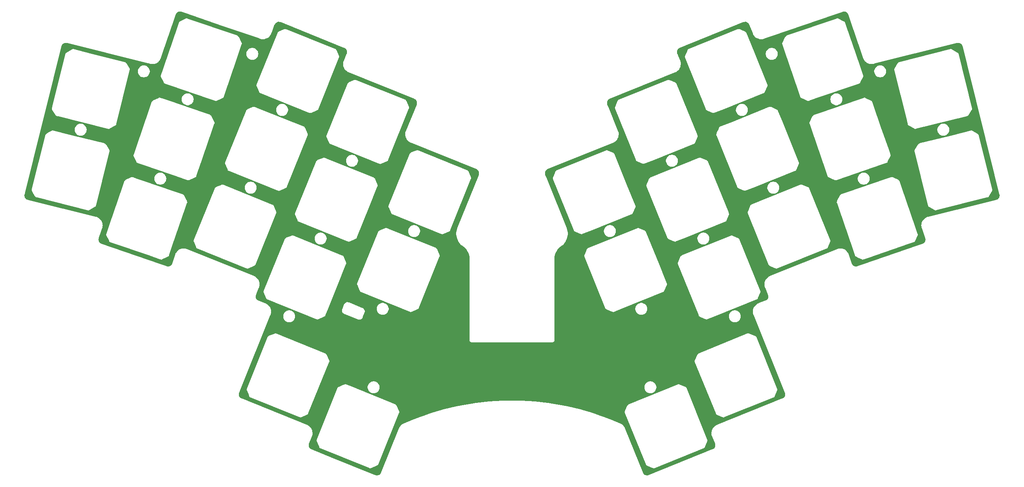
<source format=gbr>
%TF.GenerationSoftware,KiCad,Pcbnew,8.0.6-1.fc41*%
%TF.CreationDate,2024-11-30T14:56:56+11:00*%
%TF.ProjectId,katori-plate,6b61746f-7269-42d7-906c-6174652e6b69,0.1*%
%TF.SameCoordinates,Original*%
%TF.FileFunction,Copper,L2,Bot*%
%TF.FilePolarity,Positive*%
%FSLAX46Y46*%
G04 Gerber Fmt 4.6, Leading zero omitted, Abs format (unit mm)*
G04 Created by KiCad (PCBNEW 8.0.6-1.fc41) date 2024-11-30 14:56:56*
%MOMM*%
%LPD*%
G01*
G04 APERTURE LIST*
G04 APERTURE END LIST*
%TA.AperFunction,NonConductor*%
G36*
X231536709Y-52097869D02*
G01*
X231688400Y-52113809D01*
X231709606Y-52117930D01*
X231856240Y-52159976D01*
X231876411Y-52167720D01*
X232013502Y-52234585D01*
X232032031Y-52245719D01*
X232155420Y-52335372D01*
X232171733Y-52349554D01*
X232277684Y-52459278D01*
X232291287Y-52476077D01*
X232376571Y-52602529D01*
X232387050Y-52621436D01*
X232451324Y-52765823D01*
X232455288Y-52775889D01*
X232477222Y-52839606D01*
X232477256Y-52839689D01*
X235882352Y-62728794D01*
X235882635Y-62729467D01*
X235902444Y-62786889D01*
X235902444Y-62786891D01*
X236019170Y-63018706D01*
X236023962Y-63028222D01*
X236176826Y-63251024D01*
X236195966Y-63272146D01*
X236358262Y-63451252D01*
X236490450Y-63562529D01*
X236564968Y-63625260D01*
X236793196Y-63769897D01*
X236793200Y-63769899D01*
X236793204Y-63769901D01*
X236901754Y-63819683D01*
X237038800Y-63882534D01*
X237297318Y-63961125D01*
X237357147Y-63970795D01*
X237564047Y-64004240D01*
X237564053Y-64004240D01*
X237564056Y-64004241D01*
X237834169Y-64011101D01*
X238102752Y-63981580D01*
X238161720Y-63966914D01*
X238162377Y-63966796D01*
X238169921Y-63964914D01*
X238169925Y-63964915D01*
X238247051Y-63945684D01*
X238269002Y-63940212D01*
X238269003Y-63940212D01*
X238291321Y-63934647D01*
X238297794Y-63933034D01*
X238297794Y-63933033D01*
X238314162Y-63928953D01*
X238314165Y-63928951D01*
X257052889Y-59256856D01*
X257052994Y-59256838D01*
X257120224Y-59240073D01*
X257130810Y-59237918D01*
X257286847Y-59213199D01*
X257308405Y-59211692D01*
X257460913Y-59214351D01*
X257482391Y-59216607D01*
X257632127Y-59245712D01*
X257652900Y-59251668D01*
X257666065Y-59256722D01*
X257795289Y-59306326D01*
X257814717Y-59315801D01*
X257945460Y-59394359D01*
X257962947Y-59407065D01*
X258078053Y-59507127D01*
X258093068Y-59522676D01*
X258189050Y-59641208D01*
X258201137Y-59659128D01*
X258275077Y-59792526D01*
X258283869Y-59812273D01*
X258335404Y-59961957D01*
X258338475Y-59972328D01*
X258339733Y-59977373D01*
X258355081Y-60038937D01*
X258355090Y-60038964D01*
X266706310Y-93533900D01*
X266708466Y-93544497D01*
X266733156Y-93700359D01*
X266734664Y-93721923D01*
X266732003Y-93874414D01*
X266729744Y-93895912D01*
X266700640Y-94045633D01*
X266694681Y-94066412D01*
X266640022Y-94208796D01*
X266630546Y-94228224D01*
X266551986Y-94358960D01*
X266539280Y-94376447D01*
X266439220Y-94491543D01*
X266423670Y-94506558D01*
X266305133Y-94602537D01*
X266287211Y-94614624D01*
X266153813Y-94688556D01*
X266134065Y-94697346D01*
X265984199Y-94748936D01*
X265973828Y-94752008D01*
X265908487Y-94768294D01*
X265908396Y-94768323D01*
X263522668Y-95363150D01*
X250584067Y-98589095D01*
X250583887Y-98589088D01*
X250410537Y-98632234D01*
X250410533Y-98632235D01*
X250270211Y-98686955D01*
X250172469Y-98725071D01*
X249948150Y-98847439D01*
X249741222Y-98997348D01*
X249741220Y-98997350D01*
X249555042Y-99172366D01*
X249392645Y-99369642D01*
X249256669Y-99585963D01*
X249256662Y-99585977D01*
X249149304Y-99817853D01*
X249072316Y-100061504D01*
X249026949Y-100312971D01*
X249013942Y-100568148D01*
X249013943Y-100568163D01*
X249033504Y-100822935D01*
X249085317Y-101073147D01*
X249117354Y-101166045D01*
X249117373Y-101166100D01*
X249902191Y-103445343D01*
X249905267Y-103455727D01*
X249943464Y-103608990D01*
X249946843Y-103630336D01*
X249957472Y-103782494D01*
X249957093Y-103804105D01*
X249941140Y-103955792D01*
X249937015Y-103977006D01*
X249894967Y-104123621D01*
X249887221Y-104143797D01*
X249820356Y-104280883D01*
X249809224Y-104299409D01*
X249719569Y-104422806D01*
X249705391Y-104439117D01*
X249595673Y-104545073D01*
X249578878Y-104558674D01*
X249452434Y-104643968D01*
X249433530Y-104654447D01*
X249288702Y-104718936D01*
X249278651Y-104722897D01*
X249274683Y-104724264D01*
X249274664Y-104724270D01*
X234603609Y-109775925D01*
X234603465Y-109775965D01*
X234539296Y-109798070D01*
X234528923Y-109801144D01*
X234375661Y-109839376D01*
X234354309Y-109842760D01*
X234202166Y-109853413D01*
X234180552Y-109853038D01*
X234028863Y-109837106D01*
X234007642Y-109832982D01*
X233885871Y-109798070D01*
X233861027Y-109790947D01*
X233840851Y-109783203D01*
X233703758Y-109716341D01*
X233685235Y-109705211D01*
X233589389Y-109635573D01*
X233561842Y-109615558D01*
X233545529Y-109601377D01*
X233545351Y-109601193D01*
X233453471Y-109506040D01*
X233439582Y-109491656D01*
X233425979Y-109474855D01*
X233354888Y-109369444D01*
X233340699Y-109348405D01*
X233330226Y-109329509D01*
X233266020Y-109185265D01*
X233262076Y-109175250D01*
X233242350Y-109117941D01*
X233242347Y-109117937D01*
X233239579Y-109109894D01*
X233239536Y-109109792D01*
X232555584Y-107123448D01*
X232553604Y-107117157D01*
X232546194Y-107091222D01*
X232543091Y-107087044D01*
X232542157Y-107084420D01*
X232510476Y-106992159D01*
X232465530Y-106902954D01*
X232388517Y-106750105D01*
X232235027Y-106526714D01*
X232166694Y-106451471D01*
X232052813Y-106326072D01*
X232052804Y-106326063D01*
X231845202Y-106151837D01*
X231845189Y-106151828D01*
X231616086Y-106007261D01*
X231615972Y-106007189D01*
X231615969Y-106007187D01*
X231369341Y-105894787D01*
X231369330Y-105894783D01*
X231109801Y-105816677D01*
X231109785Y-105816674D01*
X230842093Y-105774287D01*
X230842097Y-105774287D01*
X230571115Y-105768392D01*
X230301816Y-105799100D01*
X230039127Y-105865849D01*
X230039124Y-105865850D01*
X229914791Y-105916201D01*
X229914714Y-105916232D01*
X229872575Y-105933264D01*
X229872559Y-105933271D01*
X214804527Y-112021157D01*
X214804171Y-112021275D01*
X214783434Y-112029661D01*
X214783222Y-112029681D01*
X214614468Y-112097923D01*
X214386306Y-112227094D01*
X214386292Y-112227103D01*
X214176936Y-112384939D01*
X213989953Y-112568752D01*
X213828556Y-112775383D01*
X213828553Y-112775386D01*
X213828552Y-112775389D01*
X213695492Y-113001319D01*
X213654099Y-113098838D01*
X213593048Y-113242675D01*
X213593044Y-113242688D01*
X213522972Y-113495333D01*
X213522971Y-113495338D01*
X213486460Y-113754984D01*
X213484138Y-114017164D01*
X213484139Y-114017189D01*
X213516043Y-114277422D01*
X213516045Y-114277430D01*
X213581634Y-114531284D01*
X213581636Y-114531290D01*
X213602145Y-114582092D01*
X213603122Y-114584511D01*
X213603222Y-114584811D01*
X213630337Y-114651924D01*
X213630630Y-114652646D01*
X213630674Y-114652873D01*
X213630715Y-114652857D01*
X213658321Y-114721243D01*
X213658467Y-114721545D01*
X214259281Y-116208588D01*
X214259297Y-116208634D01*
X214261657Y-116214476D01*
X214261658Y-116214477D01*
X214280478Y-116261054D01*
X214284314Y-116270546D01*
X214287926Y-116280745D01*
X214334115Y-116431808D01*
X214338609Y-116452949D01*
X214357201Y-116604330D01*
X214357956Y-116625934D01*
X214349975Y-116778248D01*
X214346967Y-116799653D01*
X214312656Y-116948273D01*
X214305977Y-116968829D01*
X214246378Y-117109234D01*
X214236234Y-117128312D01*
X214153160Y-117256229D01*
X214139852Y-117273262D01*
X214035827Y-117384810D01*
X214019763Y-117399273D01*
X213897949Y-117491060D01*
X213879616Y-117502515D01*
X213738588Y-117574363D01*
X213728769Y-117578838D01*
X213724692Y-117580486D01*
X213724669Y-117580495D01*
X213667123Y-117603742D01*
X213667074Y-117603765D01*
X212179368Y-118204816D01*
X212179248Y-118204857D01*
X212159496Y-118212839D01*
X212159274Y-118212860D01*
X211989815Y-118281343D01*
X211989812Y-118281345D01*
X211761586Y-118410493D01*
X211761580Y-118410497D01*
X211552167Y-118568325D01*
X211552156Y-118568334D01*
X211365142Y-118752136D01*
X211365126Y-118752154D01*
X211203693Y-118958803D01*
X211070610Y-119184754D01*
X210968154Y-119426150D01*
X210968152Y-119426154D01*
X210898080Y-119678850D01*
X210884119Y-119778203D01*
X210861587Y-119938542D01*
X210861587Y-119938547D01*
X210861586Y-119938555D01*
X210859300Y-120200758D01*
X210859300Y-120200763D01*
X210867596Y-120268330D01*
X210888710Y-120440296D01*
X210891259Y-120461051D01*
X210891259Y-120461054D01*
X210907162Y-120522549D01*
X210955366Y-120708951D01*
X210956916Y-120714942D01*
X210969492Y-120746070D01*
X211006032Y-120836511D01*
X211013925Y-120856048D01*
X211033780Y-120905196D01*
X211033873Y-120905388D01*
X218096029Y-138384866D01*
X218096080Y-138385018D01*
X218121517Y-138447978D01*
X218125126Y-138458172D01*
X218171312Y-138609235D01*
X218175807Y-138630379D01*
X218194393Y-138781761D01*
X218195147Y-138803363D01*
X218187163Y-138955675D01*
X218184155Y-138977078D01*
X218149842Y-139125693D01*
X218143163Y-139146246D01*
X218083566Y-139286637D01*
X218073418Y-139305721D01*
X218013378Y-139398172D01*
X217990349Y-139433631D01*
X217977039Y-139450664D01*
X217873015Y-139562207D01*
X217856952Y-139576670D01*
X217735140Y-139668454D01*
X217716809Y-139679907D01*
X217575585Y-139751856D01*
X217565742Y-139756341D01*
X217505715Y-139780590D01*
X217505645Y-139780622D01*
X202803691Y-145720590D01*
X202803650Y-145720604D01*
X202783912Y-145728580D01*
X202783671Y-145728603D01*
X202614689Y-145796880D01*
X202614683Y-145796883D01*
X202386451Y-145926016D01*
X202386429Y-145926030D01*
X202177008Y-146083847D01*
X201989966Y-146267660D01*
X201989959Y-146267667D01*
X201828515Y-146474317D01*
X201828514Y-146474318D01*
X201695419Y-146700283D01*
X201592960Y-146941677D01*
X201592955Y-146941692D01*
X201522883Y-147194390D01*
X201522882Y-147194394D01*
X201486393Y-147454089D01*
X201486392Y-147454096D01*
X201484112Y-147716318D01*
X201484112Y-147716326D01*
X201516082Y-147976616D01*
X201516085Y-147976630D01*
X201581752Y-148230505D01*
X201581755Y-148230514D01*
X201606176Y-148290952D01*
X201606176Y-148290953D01*
X201658549Y-148420568D01*
X201658624Y-148420724D01*
X202281505Y-149962411D01*
X202281504Y-149962411D01*
X202284405Y-149969590D01*
X202288018Y-149979793D01*
X202334195Y-150130853D01*
X202338688Y-150151994D01*
X202357271Y-150303377D01*
X202358025Y-150324979D01*
X202350037Y-150477298D01*
X202347028Y-150498700D01*
X202312716Y-150647309D01*
X202306037Y-150667866D01*
X202246437Y-150808268D01*
X202236289Y-150827352D01*
X202153218Y-150955265D01*
X202139911Y-150972297D01*
X202035885Y-151083848D01*
X202019823Y-151098310D01*
X201898018Y-151190096D01*
X201879688Y-151201550D01*
X201738305Y-151273588D01*
X201728464Y-151278073D01*
X201673051Y-151300463D01*
X201673048Y-151300464D01*
X187275119Y-157117578D01*
X187264916Y-157121191D01*
X187113848Y-157167368D01*
X187092707Y-157171860D01*
X186941321Y-157190442D01*
X186919721Y-157191196D01*
X186767400Y-157183209D01*
X186745997Y-157180200D01*
X186597378Y-157145886D01*
X186576823Y-157139208D01*
X186436417Y-157079609D01*
X186417334Y-157069462D01*
X186289415Y-156986393D01*
X186272384Y-156973087D01*
X186160827Y-156869064D01*
X186146364Y-156853002D01*
X186054565Y-156731189D01*
X186043115Y-156712868D01*
X185971282Y-156571906D01*
X185966811Y-156562095D01*
X181942071Y-146600519D01*
X181942066Y-146600498D01*
X181931881Y-146575291D01*
X181931873Y-146575219D01*
X181912934Y-146528340D01*
X181912935Y-146528340D01*
X181864865Y-146409353D01*
X181839602Y-146364413D01*
X181739092Y-146185616D01*
X181585773Y-145979795D01*
X181585766Y-145979787D01*
X181407403Y-145795241D01*
X181407402Y-145795240D01*
X181407399Y-145795237D01*
X181206911Y-145634987D01*
X181197334Y-145629165D01*
X180987600Y-145501672D01*
X180987585Y-145501664D01*
X180915621Y-145469697D01*
X180915621Y-145469696D01*
X180915614Y-145469695D01*
X180870326Y-145449575D01*
X180870322Y-145449573D01*
X180824888Y-145429388D01*
X180824888Y-145429387D01*
X180824883Y-145429386D01*
X180190409Y-145147481D01*
X178816153Y-144576962D01*
X177428243Y-144040394D01*
X176027592Y-143538131D01*
X174615006Y-143070461D01*
X173776344Y-142815508D01*
X181850647Y-142815508D01*
X181850647Y-142815510D01*
X181866708Y-142946312D01*
X186636119Y-154751016D01*
X186715429Y-154856264D01*
X186819276Y-154937398D01*
X186940584Y-154988890D01*
X186940586Y-154988890D01*
X188115740Y-155487714D01*
X188115745Y-155487717D01*
X188121064Y-155489974D01*
X188121066Y-155489976D01*
X188242374Y-155541468D01*
X188354532Y-155557230D01*
X188354533Y-155557231D01*
X188357368Y-155557629D01*
X188361046Y-155558146D01*
X188376999Y-155561976D01*
X188389045Y-155562081D01*
X188392484Y-155562564D01*
X188407767Y-155555555D01*
X188410418Y-155555199D01*
X188503678Y-155543748D01*
X199752072Y-150999102D01*
X199798171Y-150964364D01*
X199857319Y-150919793D01*
X199938454Y-150815945D01*
X200542524Y-149392847D01*
X200560865Y-149262345D01*
X200544804Y-149131543D01*
X200495437Y-149009354D01*
X200490764Y-148997787D01*
X200490757Y-148997774D01*
X195775393Y-137326838D01*
X195696083Y-137221591D01*
X195592236Y-137140456D01*
X195592233Y-137140455D01*
X195592232Y-137140454D01*
X195554408Y-137124398D01*
X195554408Y-137124399D01*
X194301439Y-136592544D01*
X194301423Y-136592536D01*
X194169138Y-136536386D01*
X194169133Y-136536385D01*
X194038637Y-136518045D01*
X193907835Y-136534106D01*
X193907833Y-136534106D01*
X193907831Y-136534107D01*
X193783355Y-136584398D01*
X193783346Y-136584400D01*
X193783347Y-136584401D01*
X182659437Y-141078753D01*
X182554193Y-141158061D01*
X182473059Y-141261907D01*
X182473058Y-141261908D01*
X182350317Y-141551068D01*
X182027900Y-142310635D01*
X181920480Y-142563700D01*
X181868988Y-142685008D01*
X181868987Y-142685012D01*
X181850647Y-142815508D01*
X173776344Y-142815508D01*
X173191343Y-142637668D01*
X171757468Y-142240015D01*
X170314251Y-141877744D01*
X168862560Y-141551071D01*
X167403253Y-141260192D01*
X165937250Y-141005290D01*
X164465480Y-140786524D01*
X162988654Y-140604000D01*
X161507918Y-140457863D01*
X160023929Y-140348175D01*
X158537769Y-140275016D01*
X158537749Y-140275015D01*
X157793977Y-140256719D01*
X157050185Y-140238423D01*
X155562230Y-140238423D01*
X155562229Y-140238423D01*
X155562211Y-140238423D01*
X154074667Y-140275014D01*
X154074647Y-140275014D01*
X154074646Y-140275015D01*
X152588486Y-140348174D01*
X151104497Y-140457862D01*
X149623761Y-140603999D01*
X148146935Y-140786522D01*
X146675165Y-141005287D01*
X145209162Y-141260190D01*
X143749855Y-141551068D01*
X142298164Y-141877740D01*
X140854946Y-142240011D01*
X139421071Y-142637663D01*
X137997408Y-143070456D01*
X136584822Y-143538126D01*
X135184171Y-144040389D01*
X133796261Y-144576956D01*
X132421990Y-145147481D01*
X131808564Y-145420033D01*
X131808550Y-145420038D01*
X131808551Y-145420039D01*
X131792258Y-145427278D01*
X131792225Y-145427282D01*
X131742073Y-145449562D01*
X131624795Y-145501663D01*
X131624793Y-145501664D01*
X131405487Y-145634990D01*
X131205002Y-145795250D01*
X131026645Y-145979806D01*
X131026636Y-145979817D01*
X130873327Y-146185635D01*
X130873320Y-146185646D01*
X130747564Y-146409368D01*
X130747561Y-146409375D01*
X130706293Y-146511536D01*
X130706290Y-146511543D01*
X126645482Y-156562396D01*
X126640995Y-156572242D01*
X126569324Y-156712897D01*
X126557870Y-156731227D01*
X126466078Y-156853035D01*
X126451614Y-156869097D01*
X126340063Y-156973116D01*
X126323030Y-156986423D01*
X126195113Y-157069490D01*
X126176029Y-157079637D01*
X126035627Y-157139232D01*
X126015070Y-157145911D01*
X125866455Y-157180219D01*
X125845051Y-157183227D01*
X125692734Y-157191207D01*
X125671132Y-157190452D01*
X125519747Y-157171861D01*
X125498605Y-157167367D01*
X125347104Y-157121046D01*
X125336907Y-157117435D01*
X125274983Y-157092415D01*
X125274954Y-157092405D01*
X115803773Y-153265809D01*
X110883383Y-151277847D01*
X110873529Y-151273356D01*
X110732785Y-151201622D01*
X110714460Y-151190169D01*
X110592637Y-151098354D01*
X110576578Y-151083892D01*
X110507686Y-151010007D01*
X110472546Y-150972320D01*
X110459247Y-150955296D01*
X110376168Y-150827360D01*
X110366022Y-150808280D01*
X110366017Y-150808268D01*
X110306410Y-150667849D01*
X110299737Y-150647311D01*
X110265413Y-150498676D01*
X110262405Y-150477287D01*
X110254408Y-150324935D01*
X110255160Y-150303345D01*
X110273734Y-150151920D01*
X110278220Y-150130803D01*
X110324233Y-149980219D01*
X110327832Y-149970052D01*
X110613752Y-149262372D01*
X112051551Y-149262372D01*
X112069887Y-149392842D01*
X112069892Y-149392872D01*
X112622470Y-150694663D01*
X112673962Y-150815971D01*
X112755097Y-150919818D01*
X112860344Y-150999128D01*
X123974970Y-155489727D01*
X123974983Y-155489734D01*
X124035609Y-155514228D01*
X124108739Y-155543774D01*
X124239541Y-155559835D01*
X124317546Y-155548871D01*
X124370039Y-155541495D01*
X124370039Y-155541494D01*
X124370042Y-155541494D01*
X124370106Y-155541467D01*
X124491351Y-155490002D01*
X124491351Y-155490001D01*
X124511302Y-155481533D01*
X124511531Y-155481434D01*
X125793140Y-154937424D01*
X125896987Y-154856289D01*
X125976297Y-154751042D01*
X125998961Y-154694947D01*
X130687849Y-143089539D01*
X130687851Y-143089537D01*
X130696339Y-143068526D01*
X130696341Y-143068526D01*
X130745708Y-142946337D01*
X130761769Y-142815535D01*
X130743428Y-142685033D01*
X130139358Y-141261935D01*
X130058223Y-141158087D01*
X130058188Y-141158061D01*
X129952977Y-141078779D01*
X129952976Y-141078778D01*
X129952912Y-141078752D01*
X120165641Y-137124438D01*
X123614920Y-137124438D01*
X123614920Y-137337011D01*
X123648167Y-137546929D01*
X123648174Y-137546968D01*
X123713850Y-137749098D01*
X123713864Y-137749139D01*
X123810371Y-137938545D01*
X123935310Y-138110511D01*
X124085633Y-138260834D01*
X124257599Y-138385773D01*
X124257601Y-138385774D01*
X124257604Y-138385776D01*
X124447008Y-138482282D01*
X124649177Y-138547971D01*
X124859133Y-138581225D01*
X124859134Y-138581225D01*
X125071706Y-138581225D01*
X125071707Y-138581225D01*
X125281663Y-138547971D01*
X125483832Y-138482282D01*
X125673236Y-138385776D01*
X125695209Y-138369811D01*
X125845206Y-138260834D01*
X125845208Y-138260831D01*
X125845212Y-138260829D01*
X125995524Y-138110517D01*
X125995526Y-138110513D01*
X125995529Y-138110511D01*
X126120468Y-137938545D01*
X126120467Y-137938545D01*
X126120471Y-137938541D01*
X126216977Y-137749137D01*
X126282666Y-137546968D01*
X126315920Y-137337012D01*
X126315920Y-137124438D01*
X126315914Y-137124398D01*
X186296496Y-137124398D01*
X186296496Y-137336972D01*
X186318538Y-137476144D01*
X186329750Y-137546929D01*
X186392718Y-137740725D01*
X186395440Y-137749100D01*
X186491947Y-137938506D01*
X186616886Y-138110472D01*
X186767209Y-138260795D01*
X186939175Y-138385734D01*
X186939177Y-138385735D01*
X186939180Y-138385737D01*
X187128584Y-138482243D01*
X187330753Y-138547932D01*
X187540709Y-138581186D01*
X187540710Y-138581186D01*
X187753282Y-138581186D01*
X187753283Y-138581186D01*
X187963239Y-138547932D01*
X188165408Y-138482243D01*
X188354812Y-138385737D01*
X188376785Y-138369772D01*
X188526782Y-138260795D01*
X188526784Y-138260792D01*
X188526788Y-138260790D01*
X188677100Y-138110478D01*
X188677102Y-138110474D01*
X188677105Y-138110472D01*
X188802044Y-137938506D01*
X188802043Y-137938506D01*
X188802047Y-137938502D01*
X188898553Y-137749098D01*
X188964242Y-137546929D01*
X188997496Y-137336973D01*
X188997496Y-137124399D01*
X188964242Y-136914443D01*
X188898553Y-136712274D01*
X188802047Y-136522870D01*
X188802045Y-136522867D01*
X188802044Y-136522865D01*
X188677105Y-136350899D01*
X188526782Y-136200576D01*
X188354816Y-136075637D01*
X188165410Y-135979130D01*
X188165409Y-135979129D01*
X188165408Y-135979129D01*
X187963239Y-135913440D01*
X187963237Y-135913439D01*
X187963236Y-135913439D01*
X187801953Y-135887894D01*
X187753283Y-135880186D01*
X187540709Y-135880186D01*
X187492038Y-135887894D01*
X187330756Y-135913439D01*
X187128581Y-135979130D01*
X186939175Y-136075637D01*
X186767209Y-136200576D01*
X186616886Y-136350899D01*
X186491947Y-136522865D01*
X186395440Y-136712271D01*
X186329749Y-136914446D01*
X186296496Y-137124398D01*
X126315914Y-137124398D01*
X126282666Y-136914482D01*
X126216977Y-136712313D01*
X126120471Y-136522909D01*
X126120469Y-136522906D01*
X126120468Y-136522904D01*
X125995529Y-136350938D01*
X125845206Y-136200615D01*
X125673240Y-136075676D01*
X125483834Y-135979169D01*
X125483833Y-135979168D01*
X125483832Y-135979168D01*
X125281663Y-135913479D01*
X125281661Y-135913478D01*
X125281660Y-135913478D01*
X125120377Y-135887933D01*
X125071707Y-135880225D01*
X124859133Y-135880225D01*
X124810462Y-135887933D01*
X124649180Y-135913478D01*
X124447005Y-135979169D01*
X124257599Y-136075676D01*
X124085633Y-136200615D01*
X123935310Y-136350938D01*
X123810371Y-136522904D01*
X123713864Y-136712310D01*
X123648173Y-136914485D01*
X123614920Y-137124438D01*
X120165641Y-137124438D01*
X118704582Y-136534132D01*
X118573780Y-136518071D01*
X118573779Y-136518071D01*
X118573778Y-136518071D01*
X118570779Y-136518492D01*
X118555438Y-136520648D01*
X118555435Y-136520648D01*
X118443281Y-136536411D01*
X118443274Y-136536413D01*
X118324353Y-136586890D01*
X118324240Y-136586940D01*
X118321970Y-136587904D01*
X118321967Y-136587905D01*
X118028980Y-136712271D01*
X117141488Y-137088990D01*
X117020179Y-137140482D01*
X117020179Y-137140483D01*
X116924342Y-137215357D01*
X116924343Y-137215358D01*
X116916330Y-137221618D01*
X116878795Y-137271430D01*
X116878794Y-137271429D01*
X116837025Y-137326859D01*
X116837023Y-137326864D01*
X112067996Y-149130617D01*
X112067628Y-149131504D01*
X112067613Y-149131561D01*
X112067612Y-149131568D01*
X112067612Y-149131569D01*
X112052673Y-149253237D01*
X112051551Y-149262372D01*
X110613752Y-149262372D01*
X110978510Y-148359562D01*
X110981528Y-148352095D01*
X110981527Y-148352094D01*
X110995424Y-148317712D01*
X110995490Y-148317533D01*
X111006223Y-148290971D01*
X111006223Y-148290968D01*
X111009253Y-148283470D01*
X111009393Y-148283040D01*
X111030621Y-148230510D01*
X111096296Y-147976623D01*
X111128267Y-147716336D01*
X111125988Y-147454102D01*
X111089499Y-147194410D01*
X111019423Y-146941702D01*
X110916959Y-146700304D01*
X110858184Y-146600524D01*
X110783867Y-146474357D01*
X110783866Y-146474356D01*
X110783861Y-146474347D01*
X110689347Y-146353376D01*
X110622413Y-146267704D01*
X110622404Y-146267694D01*
X110435360Y-146083891D01*
X110435359Y-146083890D01*
X110225921Y-145926074D01*
X110225911Y-145926068D01*
X109997671Y-145796944D01*
X109997662Y-145796940D01*
X109944694Y-145775542D01*
X109944626Y-145775509D01*
X95109734Y-139781826D01*
X95109583Y-139781754D01*
X95102204Y-139778774D01*
X95102203Y-139778773D01*
X95046131Y-139756129D01*
X95036289Y-139751645D01*
X94895526Y-139679948D01*
X94877191Y-139668494D01*
X94755373Y-139576719D01*
X94739306Y-139562255D01*
X94635278Y-139450717D01*
X94621967Y-139433682D01*
X94538892Y-139305770D01*
X94528742Y-139286683D01*
X94469139Y-139146274D01*
X94462464Y-139125728D01*
X94428156Y-138977106D01*
X94425150Y-138955711D01*
X94417175Y-138803386D01*
X94417931Y-138781785D01*
X94433914Y-138651710D01*
X94436531Y-138630404D01*
X94441027Y-138609262D01*
X94449614Y-138581186D01*
X94487075Y-138458706D01*
X94490673Y-138448553D01*
X94513549Y-138391956D01*
X94513549Y-138391953D01*
X94516725Y-138384097D01*
X94516774Y-138383944D01*
X94776650Y-137740725D01*
X96214447Y-137740725D01*
X96232786Y-137871217D01*
X96232788Y-137871226D01*
X96284277Y-137992528D01*
X96702209Y-138977112D01*
X96785366Y-139173017D01*
X96836858Y-139294325D01*
X96836859Y-139294326D01*
X96917993Y-139398172D01*
X97023230Y-139477475D01*
X97023240Y-139477482D01*
X108137866Y-143968081D01*
X108137879Y-143968088D01*
X108198505Y-143992582D01*
X108271635Y-144022128D01*
X108402437Y-144038189D01*
X108532938Y-144019848D01*
X108532946Y-144019844D01*
X108532966Y-144019839D01*
X108533494Y-144019611D01*
X108654247Y-143968356D01*
X108654247Y-143968355D01*
X108674198Y-143959887D01*
X108674427Y-143959788D01*
X109956036Y-143415778D01*
X110059883Y-143334643D01*
X110139193Y-143229396D01*
X110159329Y-143179557D01*
X114850745Y-131567893D01*
X114850747Y-131567891D01*
X114859235Y-131546880D01*
X114859237Y-131546880D01*
X114908604Y-131424691D01*
X114924665Y-131293889D01*
X114924664Y-131293882D01*
X197687757Y-131293882D01*
X197687757Y-131293884D01*
X197703818Y-131424686D01*
X202453095Y-143179557D01*
X202473229Y-143229389D01*
X202473231Y-143229394D01*
X202532957Y-143308654D01*
X202532958Y-143308654D01*
X202552536Y-143334635D01*
X202552537Y-143334636D01*
X202552539Y-143334638D01*
X202656386Y-143415772D01*
X202777694Y-143467264D01*
X202777696Y-143467264D01*
X203952850Y-143966088D01*
X203952855Y-143966091D01*
X203958174Y-143968348D01*
X203958176Y-143968350D01*
X204079484Y-144019842D01*
X204191642Y-144035604D01*
X204191643Y-144035605D01*
X204194478Y-144036003D01*
X204198156Y-144036520D01*
X204214109Y-144040350D01*
X204226155Y-144040455D01*
X204229594Y-144040938D01*
X204244877Y-144033929D01*
X204247528Y-144033573D01*
X204340788Y-144022122D01*
X215589182Y-139477476D01*
X215694430Y-139398166D01*
X215775564Y-139294319D01*
X215800458Y-139235672D01*
X216379634Y-137871221D01*
X216397975Y-137740719D01*
X216381914Y-137609917D01*
X216332547Y-137487728D01*
X216327874Y-137476161D01*
X216327867Y-137476148D01*
X211612503Y-125805212D01*
X211533193Y-125699965D01*
X211429354Y-125618836D01*
X211429344Y-125618828D01*
X211418971Y-125614426D01*
X211418968Y-125614423D01*
X211418968Y-125614425D01*
X210138549Y-125070918D01*
X210138533Y-125070910D01*
X210006248Y-125014760D01*
X210006243Y-125014759D01*
X209875747Y-124996419D01*
X209744945Y-125012480D01*
X209744943Y-125012480D01*
X209744941Y-125012481D01*
X209620465Y-125062772D01*
X209620456Y-125062774D01*
X209620457Y-125062775D01*
X198496547Y-129557127D01*
X198391303Y-129636435D01*
X198310169Y-129740281D01*
X198310168Y-129740282D01*
X197757590Y-131042074D01*
X197706098Y-131163382D01*
X197706097Y-131163386D01*
X197687757Y-131293882D01*
X114924664Y-131293882D01*
X114906324Y-131163387D01*
X114302254Y-129740289D01*
X114221119Y-129636441D01*
X114221112Y-129636436D01*
X114115868Y-129557129D01*
X114115869Y-129557129D01*
X114115750Y-129557082D01*
X102867478Y-125012486D01*
X102867429Y-125012480D01*
X102736676Y-124996425D01*
X102736675Y-124996425D01*
X102736674Y-124996425D01*
X102733675Y-124996846D01*
X102718334Y-124999002D01*
X102718331Y-124999002D01*
X102606177Y-125014765D01*
X102606170Y-125014767D01*
X102487249Y-125065244D01*
X102487136Y-125065294D01*
X102484866Y-125066258D01*
X102484863Y-125066259D01*
X101304386Y-125567343D01*
X101304384Y-125567344D01*
X101183077Y-125618835D01*
X101183076Y-125618836D01*
X101079229Y-125699970D01*
X101079228Y-125699971D01*
X101079227Y-125699972D01*
X100999919Y-125805217D01*
X100999919Y-125805218D01*
X96230512Y-137609913D01*
X96230508Y-137609922D01*
X96214448Y-137740720D01*
X96214447Y-137740725D01*
X94776650Y-137740725D01*
X101523411Y-121041830D01*
X104497514Y-121041830D01*
X104497514Y-121254404D01*
X104506093Y-121308572D01*
X104528043Y-121447160D01*
X104530768Y-121464360D01*
X104570613Y-121586991D01*
X104596458Y-121666531D01*
X104692965Y-121855937D01*
X104817904Y-122027903D01*
X104968227Y-122178226D01*
X105140193Y-122303165D01*
X105140195Y-122303166D01*
X105140198Y-122303168D01*
X105329602Y-122399674D01*
X105531771Y-122465363D01*
X105741727Y-122498617D01*
X105741728Y-122498617D01*
X105954300Y-122498617D01*
X105954301Y-122498617D01*
X106164257Y-122465363D01*
X106366426Y-122399674D01*
X106555830Y-122303168D01*
X106577803Y-122287203D01*
X106727800Y-122178226D01*
X106727802Y-122178223D01*
X106727806Y-122178221D01*
X106878118Y-122027909D01*
X106878120Y-122027905D01*
X106878123Y-122027903D01*
X106990789Y-121872829D01*
X107003065Y-121855933D01*
X107099571Y-121666529D01*
X107165260Y-121464360D01*
X107198514Y-121254404D01*
X107198514Y-121041830D01*
X107165260Y-120831874D01*
X107099571Y-120629705D01*
X107003065Y-120440301D01*
X107003063Y-120440298D01*
X107003062Y-120440296D01*
X106878123Y-120268330D01*
X106727800Y-120118007D01*
X106555834Y-119993068D01*
X106366428Y-119896561D01*
X106366427Y-119896560D01*
X106366426Y-119896560D01*
X106164257Y-119830871D01*
X106164255Y-119830870D01*
X106164254Y-119830870D01*
X106002971Y-119805325D01*
X105954301Y-119797617D01*
X105741727Y-119797617D01*
X105693056Y-119805325D01*
X105531774Y-119830870D01*
X105329599Y-119896561D01*
X105140193Y-119993068D01*
X104968227Y-120118007D01*
X104817904Y-120268330D01*
X104692965Y-120440296D01*
X104596458Y-120629702D01*
X104530767Y-120831877D01*
X104501468Y-121016866D01*
X104497514Y-121041830D01*
X101523411Y-121041830D01*
X101631062Y-120775384D01*
X101631062Y-120775378D01*
X101634096Y-120767871D01*
X101634193Y-120767577D01*
X101655464Y-120714943D01*
X101655464Y-120714942D01*
X101655466Y-120714938D01*
X101721146Y-120461051D01*
X101753121Y-120200763D01*
X101752854Y-120170039D01*
X101750846Y-119938533D01*
X101750846Y-119938528D01*
X101714359Y-119678834D01*
X101644284Y-119426125D01*
X101644283Y-119426122D01*
X101644282Y-119426119D01*
X101644281Y-119426116D01*
X101541821Y-119184727D01*
X101541816Y-119184718D01*
X101408725Y-118958771D01*
X101408722Y-118958767D01*
X101247266Y-118752117D01*
X101060216Y-118568311D01*
X100850772Y-118410495D01*
X100850769Y-118410493D01*
X100797712Y-118380478D01*
X100622520Y-118281369D01*
X100552424Y-118253052D01*
X98883330Y-117578693D01*
X98873494Y-117574211D01*
X98732792Y-117502531D01*
X98714460Y-117491077D01*
X98592638Y-117399287D01*
X98576573Y-117384824D01*
X98576560Y-117384810D01*
X98472543Y-117273274D01*
X98459244Y-117256253D01*
X98376154Y-117128312D01*
X98366015Y-117109243D01*
X98344369Y-117058250D01*
X98306412Y-116968831D01*
X98299735Y-116948282D01*
X98296496Y-116934253D01*
X98265422Y-116799660D01*
X98262415Y-116778256D01*
X98262415Y-116778248D01*
X98254433Y-116625930D01*
X98255187Y-116604342D01*
X98273780Y-116452944D01*
X98278274Y-116431806D01*
X98324346Y-116281126D01*
X98327940Y-116270977D01*
X98331949Y-116261057D01*
X98350767Y-116214487D01*
X98350767Y-116214484D01*
X98355230Y-116203439D01*
X98355241Y-116203405D01*
X98613865Y-115563288D01*
X100051672Y-115563288D01*
X100057523Y-115604923D01*
X100070013Y-115693789D01*
X100649186Y-117058235D01*
X100649185Y-117058235D01*
X100674081Y-117116884D01*
X100674083Y-117116888D01*
X100683021Y-117128328D01*
X100755218Y-117220735D01*
X100824941Y-117273276D01*
X100860465Y-117300045D01*
X111975091Y-121790644D01*
X111975104Y-121790651D01*
X111999997Y-121800708D01*
X112108860Y-121844691D01*
X112239662Y-121860752D01*
X112370163Y-121842411D01*
X112428546Y-121817629D01*
X112491472Y-121790919D01*
X112491472Y-121790918D01*
X112511423Y-121782450D01*
X112511652Y-121782351D01*
X113793261Y-121238341D01*
X113897108Y-121157206D01*
X113976418Y-121051959D01*
X114022344Y-120938287D01*
X114505891Y-119741467D01*
X117785367Y-119741467D01*
X117785367Y-119741468D01*
X117787529Y-119908568D01*
X117805413Y-119993066D01*
X117822130Y-120072056D01*
X117864041Y-120170039D01*
X117877180Y-120200758D01*
X117887850Y-120225702D01*
X117925239Y-120280375D01*
X117964090Y-120337188D01*
X117982182Y-120363643D01*
X118043421Y-120423665D01*
X118101524Y-120480615D01*
X118101526Y-120480616D01*
X118101527Y-120480617D01*
X118241334Y-120572162D01*
X118315435Y-120602081D01*
X118318812Y-120603445D01*
X118318812Y-120603446D01*
X118322371Y-120604883D01*
X118322391Y-120604899D01*
X118322394Y-120604893D01*
X121311910Y-121813272D01*
X121317607Y-121816000D01*
X121321699Y-121817626D01*
X121321702Y-121817629D01*
X121380719Y-121841090D01*
X121381357Y-121841344D01*
X121382019Y-121841610D01*
X121445357Y-121867212D01*
X121451599Y-121869253D01*
X121460305Y-121872717D01*
X121460591Y-121872831D01*
X121624937Y-121903202D01*
X121792052Y-121901044D01*
X121955560Y-121866439D01*
X122069664Y-121817629D01*
X122109216Y-121800710D01*
X122109217Y-121800709D01*
X122109220Y-121800708D01*
X122247170Y-121706359D01*
X122364147Y-121586991D01*
X122455686Y-121447160D01*
X122486187Y-121371588D01*
X122486215Y-121371553D01*
X122486204Y-121371549D01*
X122508210Y-121317083D01*
X122511648Y-121308575D01*
X122511648Y-121308572D01*
X122516116Y-121297517D01*
X122516118Y-121297506D01*
X122923158Y-120290050D01*
X122923158Y-120290044D01*
X122925194Y-120282176D01*
X122925956Y-120282373D01*
X122927540Y-120276184D01*
X122926746Y-120275955D01*
X122928433Y-120270104D01*
X122958802Y-120105769D01*
X122958802Y-120105762D01*
X122958803Y-120105759D01*
X122956644Y-119938641D01*
X122922037Y-119775131D01*
X122921395Y-119773631D01*
X122889169Y-119698300D01*
X122856302Y-119621469D01*
X122761949Y-119483519D01*
X122761947Y-119483517D01*
X122761945Y-119483514D01*
X122642583Y-119366547D01*
X122642580Y-119366545D01*
X122642578Y-119366543D01*
X122619001Y-119351109D01*
X125672789Y-119351109D01*
X125672789Y-119563683D01*
X125674920Y-119577137D01*
X125706041Y-119773631D01*
X125706043Y-119773639D01*
X125771731Y-119975806D01*
X125771733Y-119975810D01*
X125868240Y-120165216D01*
X125993179Y-120337182D01*
X126143502Y-120487505D01*
X126315468Y-120612444D01*
X126315470Y-120612445D01*
X126315473Y-120612447D01*
X126504877Y-120708953D01*
X126707046Y-120774642D01*
X126917002Y-120807896D01*
X126917003Y-120807896D01*
X127129575Y-120807896D01*
X127129576Y-120807896D01*
X127339532Y-120774642D01*
X127541701Y-120708953D01*
X127731105Y-120612447D01*
X127854840Y-120522549D01*
X127903075Y-120487505D01*
X127903077Y-120487502D01*
X127903081Y-120487500D01*
X128053393Y-120337188D01*
X128053395Y-120337184D01*
X128053398Y-120337182D01*
X128178337Y-120165216D01*
X128178336Y-120165216D01*
X128178340Y-120165212D01*
X128274846Y-119975808D01*
X128340535Y-119773639D01*
X128373789Y-119563683D01*
X128373789Y-119351109D01*
X128340535Y-119141153D01*
X128274846Y-118938984D01*
X128178340Y-118749580D01*
X128178338Y-118749577D01*
X128178337Y-118749575D01*
X128053398Y-118577609D01*
X127903075Y-118427286D01*
X127731109Y-118302347D01*
X127541703Y-118205840D01*
X127541702Y-118205839D01*
X127541701Y-118205839D01*
X127339532Y-118140150D01*
X127339530Y-118140149D01*
X127339529Y-118140149D01*
X127178246Y-118114604D01*
X127129576Y-118106896D01*
X126917002Y-118106896D01*
X126868331Y-118114604D01*
X126707049Y-118140149D01*
X126707046Y-118140150D01*
X126508026Y-118204816D01*
X126504874Y-118205840D01*
X126315468Y-118302347D01*
X126143502Y-118427286D01*
X125993179Y-118577609D01*
X125868240Y-118749575D01*
X125771733Y-118938981D01*
X125706042Y-119141156D01*
X125684843Y-119275004D01*
X125672789Y-119351109D01*
X122619001Y-119351109D01*
X122502742Y-119275005D01*
X122425856Y-119243974D01*
X122425861Y-119243960D01*
X122425785Y-119243945D01*
X122425250Y-119243729D01*
X122424905Y-119243589D01*
X122424851Y-119243546D01*
X122424844Y-119243565D01*
X119435243Y-118033076D01*
X119428453Y-118029822D01*
X119411443Y-118023063D01*
X119411383Y-118023016D01*
X119355607Y-118000829D01*
X119354905Y-118000547D01*
X119316373Y-117984946D01*
X119305664Y-117980610D01*
X119305662Y-117980609D01*
X119301373Y-117978873D01*
X119295934Y-117977092D01*
X119286106Y-117973183D01*
X119286104Y-117973182D01*
X119286103Y-117973182D01*
X119286101Y-117973181D01*
X119286099Y-117973181D01*
X119189784Y-117955396D01*
X119121749Y-117942834D01*
X119121748Y-117942834D01*
X119121739Y-117942833D01*
X118954636Y-117945013D01*
X118954632Y-117945013D01*
X118954631Y-117945014D01*
X118791126Y-117979640D01*
X118637468Y-118045390D01*
X118637466Y-118045391D01*
X118499531Y-118139753D01*
X118382559Y-118259140D01*
X118291034Y-118398976D01*
X118291033Y-118398976D01*
X118260370Y-118474964D01*
X118260364Y-118474981D01*
X118258295Y-118480106D01*
X118258285Y-118480130D01*
X118232915Y-118542935D01*
X118232912Y-118542943D01*
X117875204Y-119428535D01*
X117872547Y-119434088D01*
X117847185Y-119497898D01*
X117846930Y-119498535D01*
X117821322Y-119561937D01*
X117819245Y-119568290D01*
X117815727Y-119577133D01*
X117815726Y-119577134D01*
X117785367Y-119741467D01*
X114505891Y-119741467D01*
X116877086Y-113872552D01*
X121226925Y-113872552D01*
X121245265Y-114003050D01*
X121245267Y-114003058D01*
X121256921Y-114030513D01*
X121256922Y-114030513D01*
X121256922Y-114030514D01*
X121550248Y-114721545D01*
X121800161Y-115310303D01*
X121800160Y-115310303D01*
X121849333Y-115426146D01*
X121849336Y-115426152D01*
X121854291Y-115432494D01*
X121930471Y-115529999D01*
X122029897Y-115604923D01*
X122035718Y-115609309D01*
X133150344Y-120099908D01*
X133150357Y-120099915D01*
X133204852Y-120121932D01*
X133284113Y-120153955D01*
X133414915Y-120170016D01*
X133545416Y-120151675D01*
X133584502Y-120135084D01*
X133666725Y-120100183D01*
X133666725Y-120100182D01*
X133686611Y-120091742D01*
X133686908Y-120091613D01*
X134968514Y-119547605D01*
X135072361Y-119466470D01*
X135151671Y-119361223D01*
X135186505Y-119275005D01*
X139863223Y-107699720D01*
X139863225Y-107699718D01*
X139871713Y-107678707D01*
X139871715Y-107678707D01*
X139921082Y-107556518D01*
X139937143Y-107425716D01*
X139918802Y-107295214D01*
X139314732Y-105872116D01*
X139271493Y-105816773D01*
X139233598Y-105768269D01*
X139233596Y-105768267D01*
X139140419Y-105698054D01*
X139140419Y-105698053D01*
X139140414Y-105698050D01*
X139128353Y-105688961D01*
X139128352Y-105688960D01*
X139128350Y-105688959D01*
X139088642Y-105672916D01*
X139088641Y-105672915D01*
X129341015Y-101734619D01*
X132790290Y-101734619D01*
X132790290Y-101947192D01*
X132823540Y-102157128D01*
X132823544Y-102157149D01*
X132889227Y-102359301D01*
X132889234Y-102359320D01*
X132985741Y-102548726D01*
X133110680Y-102720692D01*
X133261003Y-102871015D01*
X133432969Y-102995954D01*
X133432971Y-102995955D01*
X133432974Y-102995957D01*
X133622378Y-103092463D01*
X133824547Y-103158152D01*
X134034503Y-103191406D01*
X134034504Y-103191406D01*
X134247076Y-103191406D01*
X134247077Y-103191406D01*
X134457033Y-103158152D01*
X134659202Y-103092463D01*
X134848606Y-102995957D01*
X134943021Y-102927361D01*
X135020576Y-102871015D01*
X135020578Y-102871012D01*
X135020582Y-102871010D01*
X135170894Y-102720698D01*
X135170896Y-102720694D01*
X135170899Y-102720692D01*
X135295838Y-102548726D01*
X135295837Y-102548726D01*
X135295841Y-102548722D01*
X135392347Y-102359318D01*
X135458036Y-102157149D01*
X135491290Y-101947193D01*
X135491290Y-101734619D01*
X135458036Y-101524663D01*
X135392347Y-101322494D01*
X135295841Y-101133090D01*
X135295839Y-101133087D01*
X135295838Y-101133085D01*
X135170899Y-100961119D01*
X135020576Y-100810796D01*
X134848610Y-100685857D01*
X134659204Y-100589350D01*
X134659203Y-100589349D01*
X134659202Y-100589349D01*
X134457033Y-100523660D01*
X134457031Y-100523659D01*
X134457030Y-100523659D01*
X134295747Y-100498114D01*
X134247077Y-100490406D01*
X134034503Y-100490406D01*
X133985832Y-100498114D01*
X133824550Y-100523659D01*
X133824547Y-100523660D01*
X133687582Y-100568163D01*
X133622375Y-100589350D01*
X133432969Y-100685857D01*
X133261003Y-100810796D01*
X133110680Y-100961119D01*
X132985741Y-101133085D01*
X132889234Y-101322491D01*
X132889233Y-101322493D01*
X132889233Y-101322494D01*
X132868838Y-101385262D01*
X132823543Y-101524666D01*
X132790290Y-101734619D01*
X129341015Y-101734619D01*
X127879956Y-101144313D01*
X127749154Y-101128252D01*
X127749153Y-101128252D01*
X127749152Y-101128252D01*
X127746153Y-101128673D01*
X127730812Y-101130829D01*
X127730809Y-101130829D01*
X127618655Y-101146592D01*
X127618648Y-101146594D01*
X127499727Y-101197071D01*
X127499614Y-101197121D01*
X127497344Y-101198085D01*
X127497341Y-101198086D01*
X126642932Y-101560762D01*
X126316862Y-101699171D01*
X126195555Y-101750662D01*
X126166483Y-101773375D01*
X126091707Y-101831797D01*
X126091706Y-101831798D01*
X126091703Y-101831801D01*
X126029895Y-101913822D01*
X126029895Y-101913824D01*
X126016862Y-101931120D01*
X126012397Y-101937045D01*
X121242986Y-113741748D01*
X121242983Y-113741773D01*
X121228047Y-113863418D01*
X121226925Y-113872552D01*
X116877086Y-113872552D01*
X118687970Y-109390456D01*
X118687972Y-109390454D01*
X118696460Y-109369443D01*
X118696462Y-109369443D01*
X118745829Y-109247254D01*
X118761890Y-109116452D01*
X118743549Y-108985950D01*
X118139479Y-107562852D01*
X118139477Y-107562850D01*
X118139475Y-107562845D01*
X118098609Y-107510541D01*
X118098607Y-107510539D01*
X118058345Y-107459005D01*
X118041153Y-107446050D01*
X117953097Y-107379695D01*
X117941543Y-107375027D01*
X108165732Y-103425343D01*
X111615032Y-103425343D01*
X111615032Y-103637916D01*
X111639644Y-103793314D01*
X111648286Y-103847873D01*
X111713757Y-104049372D01*
X111713976Y-104050044D01*
X111810483Y-104239450D01*
X111935422Y-104411416D01*
X112085745Y-104561739D01*
X112257711Y-104686678D01*
X112257713Y-104686679D01*
X112257716Y-104686681D01*
X112447120Y-104783187D01*
X112649289Y-104848876D01*
X112859245Y-104882130D01*
X112859246Y-104882130D01*
X113071818Y-104882130D01*
X113071819Y-104882130D01*
X113281775Y-104848876D01*
X113483944Y-104783187D01*
X113673348Y-104686681D01*
X113732138Y-104643968D01*
X113845318Y-104561739D01*
X113845320Y-104561736D01*
X113845324Y-104561734D01*
X113995636Y-104411422D01*
X113995638Y-104411418D01*
X113995641Y-104411416D01*
X114117073Y-104244277D01*
X114120583Y-104239446D01*
X114217089Y-104050042D01*
X114282778Y-103847873D01*
X114316032Y-103637917D01*
X114316032Y-103425343D01*
X114282778Y-103215387D01*
X114217089Y-103013218D01*
X114120583Y-102823814D01*
X114120581Y-102823811D01*
X114120580Y-102823809D01*
X113995641Y-102651843D01*
X113845318Y-102501520D01*
X113673352Y-102376581D01*
X113483946Y-102280074D01*
X113483945Y-102280073D01*
X113483944Y-102280073D01*
X113281775Y-102214384D01*
X113281773Y-102214383D01*
X113281772Y-102214383D01*
X113120489Y-102188838D01*
X113071819Y-102181130D01*
X112859245Y-102181130D01*
X112810574Y-102188838D01*
X112649292Y-102214383D01*
X112447117Y-102280074D01*
X112257711Y-102376581D01*
X112085745Y-102501520D01*
X111935422Y-102651843D01*
X111810483Y-102823809D01*
X111713976Y-103013215D01*
X111648285Y-103215390D01*
X111615032Y-103425343D01*
X108165732Y-103425343D01*
X106704703Y-102835049D01*
X106573901Y-102818988D01*
X106573900Y-102818988D01*
X106573899Y-102818988D01*
X106570900Y-102819409D01*
X106555559Y-102821565D01*
X106555556Y-102821565D01*
X106443402Y-102837328D01*
X106443395Y-102837330D01*
X106324474Y-102887807D01*
X106324361Y-102887857D01*
X106322091Y-102888821D01*
X106322088Y-102888822D01*
X105146966Y-103387633D01*
X105141609Y-103389907D01*
X105020300Y-103441399D01*
X105020295Y-103441402D01*
X104938116Y-103505609D01*
X104928885Y-103512821D01*
X104916453Y-103522534D01*
X104863447Y-103592877D01*
X104856367Y-103602272D01*
X104856365Y-103602274D01*
X104837145Y-103627778D01*
X100070284Y-115426172D01*
X100070283Y-115426175D01*
X100067733Y-115432484D01*
X100067733Y-115432485D01*
X100067733Y-115432486D01*
X100052794Y-115554154D01*
X100051672Y-115563288D01*
X98613865Y-115563288D01*
X98953593Y-114722430D01*
X98953615Y-114722387D01*
X98956984Y-114714045D01*
X98956986Y-114714044D01*
X98981667Y-114652949D01*
X98981666Y-114652948D01*
X98990395Y-114631342D01*
X99006341Y-114591877D01*
X99006341Y-114591874D01*
X99009242Y-114584695D01*
X99009508Y-114583886D01*
X99030728Y-114531361D01*
X99096374Y-114277485D01*
X99128324Y-114017213D01*
X99126031Y-113754997D01*
X99089534Y-113495324D01*
X99019460Y-113242642D01*
X99019459Y-113242636D01*
X98917029Y-113001319D01*
X98917001Y-113001253D01*
X98783916Y-112775309D01*
X98622481Y-112568667D01*
X98435456Y-112384862D01*
X98226127Y-112227103D01*
X98226041Y-112227038D01*
X98226037Y-112227036D01*
X97997818Y-112097898D01*
X97997811Y-112097894D01*
X97944819Y-112076480D01*
X97944741Y-112076443D01*
X97876258Y-112048774D01*
X97876258Y-112048772D01*
X97876248Y-112048770D01*
X97808673Y-112021462D01*
X97808593Y-112021435D01*
X82637763Y-105892005D01*
X82637762Y-105892004D01*
X82636676Y-105891566D01*
X82636596Y-105891534D01*
X82573250Y-105865889D01*
X82310570Y-105799167D01*
X82310564Y-105799166D01*
X82310565Y-105799166D01*
X82041295Y-105768478D01*
X82041293Y-105768478D01*
X81950974Y-105770446D01*
X81770332Y-105774382D01*
X81502657Y-105816771D01*
X81243123Y-105894876D01*
X80996516Y-106007256D01*
X80996508Y-106007260D01*
X80767300Y-106151875D01*
X80767295Y-106151879D01*
X80559683Y-106326083D01*
X80559681Y-106326085D01*
X80377450Y-106526704D01*
X80223948Y-106750051D01*
X80223943Y-106750059D01*
X80101963Y-106992061D01*
X80101959Y-106992072D01*
X80080137Y-107055586D01*
X80057928Y-107120228D01*
X80056977Y-107122991D01*
X79350439Y-109174945D01*
X79346466Y-109185030D01*
X79282187Y-109329336D01*
X79271708Y-109348233D01*
X79186396Y-109474680D01*
X79172796Y-109491472D01*
X79066824Y-109601193D01*
X79050513Y-109615370D01*
X78927099Y-109705028D01*
X78908577Y-109716157D01*
X78771475Y-109783028D01*
X78751302Y-109790772D01*
X78604668Y-109832828D01*
X78583456Y-109836953D01*
X78431758Y-109852913D01*
X78410152Y-109853293D01*
X78404706Y-109852913D01*
X78334066Y-109847983D01*
X78257980Y-109842673D01*
X78236637Y-109839297D01*
X78227228Y-109836953D01*
X78210671Y-109832828D01*
X78083599Y-109801170D01*
X78073230Y-109798101D01*
X78040415Y-109786810D01*
X78040416Y-109786805D01*
X78040389Y-109786801D01*
X64512650Y-105128827D01*
X63333388Y-104722774D01*
X63323292Y-104718796D01*
X63178988Y-104654499D01*
X63160098Y-104644023D01*
X63033638Y-104558687D01*
X63016866Y-104545101D01*
X62907134Y-104439105D01*
X62892966Y-104422802D01*
X62803306Y-104299380D01*
X62792178Y-104280860D01*
X62725303Y-104143748D01*
X62717563Y-104123589D01*
X62675498Y-103976936D01*
X62671376Y-103955742D01*
X62655407Y-103804024D01*
X62655026Y-103782423D01*
X62656087Y-103767195D01*
X62665633Y-103630234D01*
X62669003Y-103608917D01*
X62707108Y-103455891D01*
X62710182Y-103445511D01*
X62984474Y-102648902D01*
X64394406Y-102648902D01*
X64399357Y-102674369D01*
X64402483Y-102690452D01*
X64402483Y-102690453D01*
X64419551Y-102778262D01*
X64419552Y-102778264D01*
X65039501Y-104049349D01*
X65039502Y-104049351D01*
X65058759Y-104088833D01*
X65097271Y-104167797D01*
X65115189Y-104188409D01*
X65183731Y-104267257D01*
X65292985Y-104340950D01*
X65292986Y-104340950D01*
X65292987Y-104340951D01*
X74310853Y-107446050D01*
X76616242Y-108239859D01*
X76625841Y-108243164D01*
X76625857Y-108243172D01*
X76763810Y-108290672D01*
X76763813Y-108290673D01*
X76895276Y-108299866D01*
X77024639Y-108274720D01*
X78283026Y-107660961D01*
X78283033Y-107660959D01*
X78414170Y-107597000D01*
X78414171Y-107596998D01*
X78414173Y-107596998D01*
X78513631Y-107510540D01*
X78587324Y-107401286D01*
X78606978Y-107344208D01*
X78610934Y-107332718D01*
X78633582Y-107266944D01*
X78633582Y-107266940D01*
X79744139Y-104041646D01*
X84214553Y-104041646D01*
X84232282Y-104167797D01*
X84232894Y-104172147D01*
X84270670Y-104261143D01*
X84813901Y-105540912D01*
X84836964Y-105595246D01*
X84918099Y-105699093D01*
X85023346Y-105778403D01*
X96137972Y-110269002D01*
X96137985Y-110269009D01*
X96161457Y-110278492D01*
X96271741Y-110323049D01*
X96402543Y-110339110D01*
X96533044Y-110320769D01*
X96573030Y-110303796D01*
X96654353Y-110269277D01*
X96654353Y-110269276D01*
X96674239Y-110260836D01*
X96674536Y-110260707D01*
X97956142Y-109716699D01*
X98059989Y-109635564D01*
X98139299Y-109530317D01*
X98149106Y-109506043D01*
X102819347Y-97946790D01*
X107169212Y-97946790D01*
X107187553Y-98077292D01*
X107749595Y-99401379D01*
X107749594Y-99401379D01*
X107791620Y-99500385D01*
X107791623Y-99500391D01*
X107791639Y-99500411D01*
X107872758Y-99604238D01*
X107911544Y-99633466D01*
X107978005Y-99683548D01*
X119092631Y-104174147D01*
X119092644Y-104174154D01*
X119153270Y-104198648D01*
X119226400Y-104228194D01*
X119357202Y-104244255D01*
X119487703Y-104225914D01*
X119520770Y-104211878D01*
X119609012Y-104174422D01*
X119609012Y-104174421D01*
X119628963Y-104165953D01*
X119629192Y-104165854D01*
X120910801Y-103621844D01*
X121014648Y-103540709D01*
X121093958Y-103435462D01*
X121113282Y-103387633D01*
X123994621Y-96256067D01*
X128344452Y-96256067D01*
X128350748Y-96300868D01*
X128362793Y-96386568D01*
X128411053Y-96500263D01*
X128963624Y-97802037D01*
X128966863Y-97809667D01*
X129047998Y-97913514D01*
X129092185Y-97946812D01*
X129153245Y-97992824D01*
X140267871Y-102483423D01*
X140267884Y-102483430D01*
X140328510Y-102507924D01*
X140401640Y-102537470D01*
X140532442Y-102553531D01*
X140662943Y-102535190D01*
X140784252Y-102483698D01*
X140784252Y-102483697D01*
X140804203Y-102475229D01*
X140804432Y-102475130D01*
X142086041Y-101931120D01*
X142189888Y-101849985D01*
X142269198Y-101744738D01*
X142289334Y-101694899D01*
X146980750Y-90083235D01*
X146980752Y-90083233D01*
X146989240Y-90062222D01*
X146989242Y-90062222D01*
X147038609Y-89940033D01*
X147054670Y-89809231D01*
X147036329Y-89678729D01*
X146432259Y-88255631D01*
X146432257Y-88255628D01*
X146432255Y-88255625D01*
X146395823Y-88208994D01*
X146395819Y-88208991D01*
X146359031Y-88161904D01*
X146351125Y-88151784D01*
X146351124Y-88151783D01*
X146351123Y-88151782D01*
X146291988Y-88107221D01*
X146245877Y-88072474D01*
X134997483Y-83527828D01*
X134866681Y-83511767D01*
X134866680Y-83511767D01*
X134866679Y-83511767D01*
X134863680Y-83512188D01*
X134848339Y-83514344D01*
X134848336Y-83514344D01*
X134736182Y-83530107D01*
X134736175Y-83530109D01*
X134617254Y-83580586D01*
X134617141Y-83580636D01*
X134614871Y-83581600D01*
X134614868Y-83581601D01*
X134248268Y-83737214D01*
X133434389Y-84082686D01*
X133313082Y-84134177D01*
X133313081Y-84134178D01*
X133209234Y-84215312D01*
X133209233Y-84215313D01*
X133209232Y-84215314D01*
X133129924Y-84320559D01*
X133129924Y-84320560D01*
X128360513Y-96125263D01*
X128352482Y-96190665D01*
X128345574Y-96246933D01*
X128344452Y-96256067D01*
X123994621Y-96256067D01*
X125805510Y-91773959D01*
X125805512Y-91773957D01*
X125814000Y-91752946D01*
X125814002Y-91752946D01*
X125863369Y-91630757D01*
X125879430Y-91499955D01*
X125861089Y-91369453D01*
X125257019Y-89946355D01*
X125239878Y-89924416D01*
X125239878Y-89924415D01*
X125175886Y-89842509D01*
X125175880Y-89842503D01*
X125127398Y-89805970D01*
X125127397Y-89805970D01*
X125070637Y-89763198D01*
X125038206Y-89750095D01*
X125038205Y-89750094D01*
X115283302Y-85808858D01*
X118732554Y-85808858D01*
X118732554Y-85808859D01*
X118732554Y-86021433D01*
X118732555Y-86021437D01*
X118761303Y-86202950D01*
X118765808Y-86231389D01*
X118828760Y-86425135D01*
X118831498Y-86433560D01*
X118928005Y-86622966D01*
X119052944Y-86794932D01*
X119203267Y-86945255D01*
X119375233Y-87070194D01*
X119375235Y-87070195D01*
X119375238Y-87070197D01*
X119564642Y-87166703D01*
X119766811Y-87232392D01*
X119976767Y-87265646D01*
X119976768Y-87265646D01*
X120189340Y-87265646D01*
X120189341Y-87265646D01*
X120399297Y-87232392D01*
X120601466Y-87166703D01*
X120790870Y-87070197D01*
X120824111Y-87046046D01*
X120962840Y-86945255D01*
X120962842Y-86945252D01*
X120962846Y-86945250D01*
X121113158Y-86794938D01*
X121113160Y-86794934D01*
X121113163Y-86794932D01*
X121226033Y-86639578D01*
X121238105Y-86622962D01*
X121334611Y-86433558D01*
X121400300Y-86231389D01*
X121433554Y-86021433D01*
X121433554Y-85808859D01*
X121400300Y-85598903D01*
X121334611Y-85396734D01*
X121238105Y-85207330D01*
X121238103Y-85207327D01*
X121238102Y-85207325D01*
X121113163Y-85035359D01*
X120962840Y-84885036D01*
X120790874Y-84760097D01*
X120601468Y-84663590D01*
X120601467Y-84663589D01*
X120601466Y-84663589D01*
X120399297Y-84597900D01*
X120399295Y-84597899D01*
X120399294Y-84597899D01*
X120238011Y-84572354D01*
X120189341Y-84564646D01*
X119976767Y-84564646D01*
X119928096Y-84572354D01*
X119766814Y-84597899D01*
X119564639Y-84663590D01*
X119375233Y-84760097D01*
X119203267Y-84885036D01*
X119052944Y-85035359D01*
X118928005Y-85207325D01*
X118831498Y-85396731D01*
X118765807Y-85598906D01*
X118732554Y-85808858D01*
X115283302Y-85808858D01*
X113822243Y-85218552D01*
X113691441Y-85202491D01*
X113691440Y-85202491D01*
X113691439Y-85202491D01*
X113688440Y-85202912D01*
X113673099Y-85205068D01*
X113673096Y-85205068D01*
X113560942Y-85220831D01*
X113560935Y-85220833D01*
X113442014Y-85271310D01*
X113441901Y-85271360D01*
X113439631Y-85272324D01*
X113439628Y-85272325D01*
X112259151Y-85773409D01*
X112259149Y-85773410D01*
X112137842Y-85824901D01*
X112033993Y-85906037D01*
X112033990Y-85906040D01*
X111996989Y-85955143D01*
X111996988Y-85955142D01*
X111954686Y-86011279D01*
X111954684Y-86011284D01*
X107187827Y-97809667D01*
X107185273Y-97815988D01*
X107180430Y-97855431D01*
X107169212Y-97946790D01*
X102819347Y-97946790D01*
X102850851Y-97868814D01*
X102850853Y-97868812D01*
X102859341Y-97847801D01*
X102859343Y-97847801D01*
X102908710Y-97725612D01*
X102924771Y-97594810D01*
X102906430Y-97464308D01*
X102302360Y-96041210D01*
X102272580Y-96003093D01*
X102221226Y-95937363D01*
X102115978Y-95858053D01*
X92328596Y-91903694D01*
X95777925Y-91903694D01*
X95777925Y-92116268D01*
X95811179Y-92326224D01*
X95855205Y-92461722D01*
X95876869Y-92528395D01*
X95973376Y-92717801D01*
X96098315Y-92889767D01*
X96248638Y-93040090D01*
X96420604Y-93165029D01*
X96420606Y-93165030D01*
X96420609Y-93165032D01*
X96610013Y-93261538D01*
X96812182Y-93327227D01*
X97022138Y-93360481D01*
X97022139Y-93360481D01*
X97234711Y-93360481D01*
X97234712Y-93360481D01*
X97444668Y-93327227D01*
X97646837Y-93261538D01*
X97836241Y-93165032D01*
X97858214Y-93149067D01*
X98008211Y-93040090D01*
X98008213Y-93040087D01*
X98008217Y-93040085D01*
X98158529Y-92889773D01*
X98158531Y-92889769D01*
X98158534Y-92889767D01*
X98281741Y-92720185D01*
X98283476Y-92717797D01*
X98379982Y-92528393D01*
X98445671Y-92326224D01*
X98478925Y-92116268D01*
X98478925Y-91903694D01*
X98445671Y-91693738D01*
X98379982Y-91491569D01*
X98283476Y-91302165D01*
X98283474Y-91302162D01*
X98283473Y-91302160D01*
X98158534Y-91130194D01*
X98008211Y-90979871D01*
X97836245Y-90854932D01*
X97646839Y-90758425D01*
X97646838Y-90758424D01*
X97646837Y-90758424D01*
X97444668Y-90692735D01*
X97444666Y-90692734D01*
X97444665Y-90692734D01*
X97273819Y-90665675D01*
X97234712Y-90659481D01*
X97022138Y-90659481D01*
X96983031Y-90665675D01*
X96812185Y-90692734D01*
X96610010Y-90758425D01*
X96420604Y-90854932D01*
X96248638Y-90979871D01*
X96098315Y-91130194D01*
X95973376Y-91302160D01*
X95876869Y-91491566D01*
X95811178Y-91693741D01*
X95783537Y-91868264D01*
X95777925Y-91903694D01*
X92328596Y-91903694D01*
X90867584Y-91313407D01*
X90736782Y-91297346D01*
X90736781Y-91297346D01*
X90736780Y-91297346D01*
X90733781Y-91297767D01*
X90718440Y-91299923D01*
X90718437Y-91299923D01*
X90606283Y-91315686D01*
X90606276Y-91315688D01*
X90487355Y-91366165D01*
X90487242Y-91366215D01*
X90484972Y-91367179D01*
X90484969Y-91367180D01*
X89526665Y-91773957D01*
X89304490Y-91868265D01*
X89183181Y-91919757D01*
X89183169Y-91919767D01*
X89087312Y-91994657D01*
X89087313Y-91994658D01*
X89079334Y-92000892D01*
X89060943Y-92025298D01*
X89000025Y-92106139D01*
X84231066Y-103909725D01*
X84230614Y-103910843D01*
X84215675Y-104032512D01*
X84214553Y-104041646D01*
X79744139Y-104041646D01*
X82684878Y-95501115D01*
X82684886Y-95501100D01*
X82732379Y-95363171D01*
X82732387Y-95363148D01*
X82741580Y-95231685D01*
X82731353Y-95179075D01*
X82716434Y-95102322D01*
X82658663Y-94983874D01*
X82514627Y-94688556D01*
X82102679Y-93843937D01*
X82102678Y-93843933D01*
X82038715Y-93712789D01*
X82014210Y-93684600D01*
X81952255Y-93613329D01*
X81843002Y-93539636D01*
X81842999Y-93539635D01*
X81842998Y-93539634D01*
X81722274Y-93498066D01*
X81722259Y-93498060D01*
X71132085Y-89851572D01*
X75310383Y-89851572D01*
X75310383Y-90064146D01*
X75310388Y-90064175D01*
X75335992Y-90225838D01*
X75343637Y-90274102D01*
X75372602Y-90363248D01*
X75409327Y-90476273D01*
X75505834Y-90665679D01*
X75630773Y-90837645D01*
X75781096Y-90987968D01*
X75953062Y-91112907D01*
X75953064Y-91112908D01*
X75953067Y-91112910D01*
X76142471Y-91209416D01*
X76344640Y-91275105D01*
X76554596Y-91308359D01*
X76554597Y-91308359D01*
X76767169Y-91308359D01*
X76767170Y-91308359D01*
X76977126Y-91275105D01*
X77179295Y-91209416D01*
X77368699Y-91112910D01*
X77436686Y-91063515D01*
X77540669Y-90987968D01*
X77540671Y-90987965D01*
X77540675Y-90987963D01*
X77690987Y-90837651D01*
X77690989Y-90837647D01*
X77690992Y-90837645D01*
X77815931Y-90665679D01*
X77815930Y-90665679D01*
X77815934Y-90665675D01*
X77912440Y-90476271D01*
X77978129Y-90274102D01*
X78011383Y-90064146D01*
X78011383Y-89851572D01*
X77978129Y-89641616D01*
X77912440Y-89439447D01*
X77815934Y-89250043D01*
X77815932Y-89250040D01*
X77815931Y-89250038D01*
X77690992Y-89078072D01*
X77540669Y-88927749D01*
X77368703Y-88802810D01*
X77179297Y-88706303D01*
X77179296Y-88706302D01*
X77179295Y-88706302D01*
X76977126Y-88640613D01*
X76977124Y-88640612D01*
X76977123Y-88640612D01*
X76815840Y-88615067D01*
X76767170Y-88607359D01*
X76554596Y-88607359D01*
X76505925Y-88615067D01*
X76344643Y-88640612D01*
X76142468Y-88706303D01*
X75953062Y-88802810D01*
X75781096Y-88927749D01*
X75630773Y-89078072D01*
X75505834Y-89250038D01*
X75409327Y-89439444D01*
X75343636Y-89641619D01*
X75317089Y-89809231D01*
X75310383Y-89851572D01*
X71132085Y-89851572D01*
X70510142Y-89637420D01*
X70510131Y-89637415D01*
X70372175Y-89589913D01*
X70372172Y-89589912D01*
X70308823Y-89585483D01*
X70240709Y-89580719D01*
X70176027Y-89593292D01*
X70132400Y-89601773D01*
X70132398Y-89601773D01*
X70111344Y-89605866D01*
X68831008Y-90230328D01*
X68830994Y-90230336D01*
X68721817Y-90283585D01*
X68721816Y-90283585D01*
X68622355Y-90370044D01*
X68548663Y-90479297D01*
X68548660Y-90479302D01*
X64633416Y-101850000D01*
X64446505Y-102392830D01*
X64446504Y-102392833D01*
X64403599Y-102517438D01*
X64398860Y-102585212D01*
X64398860Y-102585213D01*
X64394407Y-102648894D01*
X64394406Y-102648902D01*
X62984474Y-102648902D01*
X63461234Y-101264280D01*
X63461302Y-101264122D01*
X63484020Y-101198108D01*
X63485508Y-101193785D01*
X63485507Y-101193784D01*
X63487231Y-101188775D01*
X63501937Y-101146067D01*
X63501949Y-101146050D01*
X63501944Y-101146048D01*
X63506409Y-101133090D01*
X63527111Y-101073009D01*
X63578854Y-100822824D01*
X63598360Y-100568090D01*
X63585312Y-100312943D01*
X63539922Y-100061528D01*
X63462927Y-99817926D01*
X63400712Y-99683568D01*
X63355578Y-99586096D01*
X63355494Y-99585963D01*
X63239469Y-99401379D01*
X63219621Y-99369803D01*
X63219614Y-99369794D01*
X63057253Y-99172546D01*
X62871120Y-98997544D01*
X62664239Y-98847632D01*
X62439993Y-98725258D01*
X62439988Y-98725255D01*
X62439985Y-98725254D01*
X62201981Y-98632386D01*
X62201971Y-98632382D01*
X62201972Y-98632382D01*
X62078031Y-98601506D01*
X62077986Y-98601495D01*
X62006862Y-98583748D01*
X62006655Y-98583709D01*
X46703859Y-94768294D01*
X46638144Y-94751909D01*
X46627773Y-94748836D01*
X46541089Y-94718981D01*
X46478415Y-94697395D01*
X46458674Y-94688604D01*
X46325270Y-94614648D01*
X46307352Y-94602560D01*
X46188816Y-94506562D01*
X46173271Y-94491550D01*
X46130252Y-94442060D01*
X46073201Y-94376428D01*
X46060503Y-94358951D01*
X45981941Y-94228200D01*
X45972469Y-94208779D01*
X45971459Y-94206149D01*
X45951429Y-94153970D01*
X45917803Y-94066372D01*
X45911846Y-94045598D01*
X45911796Y-94045343D01*
X45882737Y-93895872D01*
X45880478Y-93874381D01*
X45879723Y-93831235D01*
X45877808Y-93721864D01*
X45879313Y-93700324D01*
X45904031Y-93544194D01*
X45906179Y-93533638D01*
X46173437Y-92461723D01*
X47512190Y-92461723D01*
X47514491Y-92593485D01*
X47514492Y-92593491D01*
X47550815Y-92720164D01*
X47818119Y-93165032D01*
X48347064Y-94045343D01*
X48441861Y-94136888D01*
X48441863Y-94136889D01*
X48557122Y-94200778D01*
X48716638Y-94240551D01*
X48716670Y-94240557D01*
X60320140Y-97133628D01*
X60335694Y-97138682D01*
X60344379Y-97139672D01*
X60348003Y-97140575D01*
X60360789Y-97135504D01*
X60370001Y-97134999D01*
X60460305Y-97133423D01*
X60586984Y-97097098D01*
X61880473Y-96319891D01*
X61912162Y-96300850D01*
X62003707Y-96206053D01*
X62067597Y-96090792D01*
X62089467Y-96003076D01*
X62099479Y-95962922D01*
X62099478Y-95962920D01*
X62104843Y-95941405D01*
X62104843Y-95941402D01*
X64911617Y-84684053D01*
X70580179Y-84684053D01*
X70580681Y-84688022D01*
X70581717Y-84691965D01*
X70605325Y-84813414D01*
X70605326Y-84813419D01*
X71186670Y-86005350D01*
X71225274Y-86084500D01*
X71225275Y-86084502D01*
X71244532Y-86123984D01*
X71283044Y-86202948D01*
X71283050Y-86202955D01*
X71369504Y-86302408D01*
X71478758Y-86376101D01*
X71478759Y-86376101D01*
X71478760Y-86376102D01*
X80375439Y-89439473D01*
X82799378Y-90274102D01*
X82811614Y-90278315D01*
X82811630Y-90278323D01*
X82949583Y-90325823D01*
X82949586Y-90325824D01*
X83081049Y-90335017D01*
X83210412Y-90309871D01*
X84468799Y-89696112D01*
X84468806Y-89696110D01*
X84599943Y-89632151D01*
X84599944Y-89632149D01*
X84599946Y-89632149D01*
X84699404Y-89545691D01*
X84773097Y-89436437D01*
X84782139Y-89410178D01*
X84819355Y-89302095D01*
X84819355Y-89302091D01*
X85809969Y-86425136D01*
X91332078Y-86425136D01*
X91349526Y-86549288D01*
X91350419Y-86555637D01*
X91910423Y-87874923D01*
X91910422Y-87874923D01*
X91951250Y-87971106D01*
X91954489Y-87978736D01*
X91955297Y-87979770D01*
X92035624Y-88082583D01*
X92127478Y-88151801D01*
X92140871Y-88161893D01*
X103255497Y-92652492D01*
X103255510Y-92652499D01*
X103316136Y-92676993D01*
X103389266Y-92706539D01*
X103520068Y-92722600D01*
X103606523Y-92710449D01*
X103650565Y-92704260D01*
X103650566Y-92704259D01*
X103650569Y-92704259D01*
X103651448Y-92703886D01*
X103771878Y-92652767D01*
X103771878Y-92652766D01*
X103791829Y-92644298D01*
X103792058Y-92644199D01*
X105073667Y-92100189D01*
X105177514Y-92019054D01*
X105256824Y-91913807D01*
X105279285Y-91858213D01*
X109936864Y-80330298D01*
X114286704Y-80330298D01*
X114290252Y-80355546D01*
X114305045Y-80460799D01*
X114863930Y-81777449D01*
X114863929Y-81777449D01*
X114909112Y-81883892D01*
X114909115Y-81883898D01*
X114973462Y-81966258D01*
X114990250Y-81987745D01*
X115088852Y-82062048D01*
X115095497Y-82067055D01*
X126210123Y-86557654D01*
X126210136Y-86557661D01*
X126270762Y-86582155D01*
X126343892Y-86611701D01*
X126474694Y-86627762D01*
X126605195Y-86609421D01*
X126726504Y-86557929D01*
X126726504Y-86557928D01*
X126746455Y-86549460D01*
X126746684Y-86549361D01*
X128028293Y-86005351D01*
X128132140Y-85924216D01*
X128211450Y-85818969D01*
X128233602Y-85764140D01*
X132923002Y-74157466D01*
X132923004Y-74157464D01*
X132931492Y-74136453D01*
X132931494Y-74136453D01*
X132980861Y-74014264D01*
X132996922Y-73883462D01*
X132978581Y-73752960D01*
X132374511Y-72329862D01*
X132335500Y-72279930D01*
X132293377Y-72226015D01*
X132285921Y-72220397D01*
X132285920Y-72220395D01*
X132285920Y-72220396D01*
X132188131Y-72146706D01*
X132188129Y-72146705D01*
X132183684Y-72144909D01*
X120939735Y-67602059D01*
X120808933Y-67585998D01*
X120808932Y-67585998D01*
X120808931Y-67585998D01*
X120805932Y-67586419D01*
X120790591Y-67588575D01*
X120790588Y-67588575D01*
X120678434Y-67604338D01*
X120678427Y-67604340D01*
X120559506Y-67654817D01*
X120559393Y-67654867D01*
X120557123Y-67655831D01*
X120557120Y-67655832D01*
X119376643Y-68156916D01*
X119376641Y-68156917D01*
X119255334Y-68208408D01*
X119151485Y-68289544D01*
X119151482Y-68289547D01*
X119091399Y-68369279D01*
X119091400Y-68369280D01*
X119072176Y-68394791D01*
X114347664Y-80088363D01*
X114347661Y-80088373D01*
X114344633Y-80095869D01*
X114344630Y-80095876D01*
X114303006Y-80198900D01*
X114302994Y-80198929D01*
X114302765Y-80199493D01*
X114300426Y-80218546D01*
X114287826Y-80321164D01*
X114286704Y-80330298D01*
X109936864Y-80330298D01*
X109968376Y-80252304D01*
X109968378Y-80252302D01*
X109976866Y-80231291D01*
X109976868Y-80231291D01*
X110026235Y-80109102D01*
X110042296Y-79978300D01*
X110023955Y-79847798D01*
X109419885Y-78424700D01*
X109371868Y-78363241D01*
X109338751Y-78320853D01*
X109338749Y-78320851D01*
X109297130Y-78289489D01*
X109233503Y-78241543D01*
X99446170Y-74287204D01*
X102895451Y-74287204D01*
X102895451Y-74499777D01*
X102928702Y-74709720D01*
X102928705Y-74709734D01*
X102994391Y-74911895D01*
X102994395Y-74911905D01*
X103090902Y-75101311D01*
X103215841Y-75273277D01*
X103366164Y-75423600D01*
X103538130Y-75548539D01*
X103538132Y-75548540D01*
X103538135Y-75548542D01*
X103727539Y-75645048D01*
X103929708Y-75710737D01*
X104139664Y-75743991D01*
X104139665Y-75743991D01*
X104352237Y-75743991D01*
X104352238Y-75743991D01*
X104562194Y-75710737D01*
X104764363Y-75645048D01*
X104953767Y-75548542D01*
X105025038Y-75496761D01*
X105125737Y-75423600D01*
X105125739Y-75423597D01*
X105125743Y-75423595D01*
X105276055Y-75273283D01*
X105276057Y-75273279D01*
X105276060Y-75273277D01*
X105397501Y-75106126D01*
X105401002Y-75101307D01*
X105497508Y-74911903D01*
X105563197Y-74709734D01*
X105596451Y-74499778D01*
X105596451Y-74287204D01*
X105563197Y-74077248D01*
X105497508Y-73875079D01*
X105401002Y-73685675D01*
X105401000Y-73685672D01*
X105400999Y-73685670D01*
X105276060Y-73513704D01*
X105125737Y-73363381D01*
X104953771Y-73238442D01*
X104764365Y-73141935D01*
X104764364Y-73141934D01*
X104764363Y-73141934D01*
X104562194Y-73076245D01*
X104562192Y-73076244D01*
X104562191Y-73076244D01*
X104400908Y-73050699D01*
X104352238Y-73042991D01*
X104139664Y-73042991D01*
X104090993Y-73050699D01*
X103929711Y-73076244D01*
X103727536Y-73141935D01*
X103538130Y-73238442D01*
X103366164Y-73363381D01*
X103215841Y-73513704D01*
X103090902Y-73685670D01*
X102994395Y-73875076D01*
X102928704Y-74077251D01*
X102895451Y-74287204D01*
X99446170Y-74287204D01*
X97985109Y-73696897D01*
X97854307Y-73680836D01*
X97854306Y-73680836D01*
X97854305Y-73680836D01*
X97854213Y-73680849D01*
X97835965Y-73683413D01*
X97835962Y-73683413D01*
X97723808Y-73699176D01*
X97723801Y-73699178D01*
X97604880Y-73749655D01*
X97604767Y-73749705D01*
X97602497Y-73750669D01*
X97602494Y-73750670D01*
X96422017Y-74251754D01*
X96422015Y-74251755D01*
X96300706Y-74303247D01*
X96300701Y-74303250D01*
X96206808Y-74376609D01*
X96206807Y-74376610D01*
X96196860Y-74384380D01*
X96196859Y-74384382D01*
X96183153Y-74402571D01*
X96117550Y-74489629D01*
X91348139Y-86294331D01*
X91348139Y-86294334D01*
X91347146Y-86302409D01*
X91347147Y-86302410D01*
X91347147Y-86302411D01*
X91332419Y-86422362D01*
X91332078Y-86425136D01*
X85809969Y-86425136D01*
X88870651Y-77536266D01*
X88870659Y-77536251D01*
X88918159Y-77398301D01*
X88918160Y-77398298D01*
X88927353Y-77266836D01*
X88925815Y-77258926D01*
X88902207Y-77137473D01*
X88288452Y-75879088D01*
X88288451Y-75879084D01*
X88224488Y-75747940D01*
X88174589Y-75690538D01*
X88138028Y-75648480D01*
X88138027Y-75648479D01*
X88138026Y-75648478D01*
X88132924Y-75645037D01*
X88132924Y-75645036D01*
X88028779Y-75574789D01*
X88028774Y-75574786D01*
X87908047Y-75533217D01*
X87908032Y-75533211D01*
X77317849Y-71886720D01*
X81496193Y-71886720D01*
X81496193Y-72099294D01*
X81501980Y-72135834D01*
X81522515Y-72265487D01*
X81529447Y-72309250D01*
X81590932Y-72498481D01*
X81595137Y-72511421D01*
X81691644Y-72700827D01*
X81816583Y-72872793D01*
X81966906Y-73023116D01*
X82138872Y-73148055D01*
X82138874Y-73148056D01*
X82138877Y-73148058D01*
X82328281Y-73244564D01*
X82530450Y-73310253D01*
X82740406Y-73343507D01*
X82740407Y-73343507D01*
X82952979Y-73343507D01*
X82952980Y-73343507D01*
X83162936Y-73310253D01*
X83365105Y-73244564D01*
X83554509Y-73148058D01*
X83653352Y-73076245D01*
X83726479Y-73023116D01*
X83726481Y-73023113D01*
X83726485Y-73023111D01*
X83876797Y-72872799D01*
X83876799Y-72872795D01*
X83876802Y-72872793D01*
X83985779Y-72722796D01*
X84001744Y-72700823D01*
X84098250Y-72511419D01*
X84163939Y-72309250D01*
X84197193Y-72099294D01*
X84197193Y-71886720D01*
X84163939Y-71676764D01*
X84098250Y-71474595D01*
X84001744Y-71285191D01*
X84001742Y-71285188D01*
X84001741Y-71285186D01*
X83876802Y-71113220D01*
X83726479Y-70962897D01*
X83554513Y-70837958D01*
X83365107Y-70741451D01*
X83365106Y-70741450D01*
X83365105Y-70741450D01*
X83162936Y-70675761D01*
X83162934Y-70675760D01*
X83162933Y-70675760D01*
X83001650Y-70650215D01*
X82952980Y-70642507D01*
X82740406Y-70642507D01*
X82691735Y-70650215D01*
X82530453Y-70675760D01*
X82328278Y-70741451D01*
X82138872Y-70837958D01*
X81966906Y-70962897D01*
X81816583Y-71113220D01*
X81691644Y-71285186D01*
X81595137Y-71474592D01*
X81529446Y-71676767D01*
X81499152Y-71868040D01*
X81496193Y-71886720D01*
X77317849Y-71886720D01*
X76695915Y-71672571D01*
X76695904Y-71672566D01*
X76557948Y-71625064D01*
X76557945Y-71625063D01*
X76494596Y-71620634D01*
X76426482Y-71615870D01*
X76361800Y-71628443D01*
X76318173Y-71636924D01*
X76318171Y-71636924D01*
X76297117Y-71641017D01*
X75016781Y-72265479D01*
X75016767Y-72265487D01*
X74907590Y-72318736D01*
X74907589Y-72318736D01*
X74808128Y-72405195D01*
X74734436Y-72514448D01*
X74734433Y-72514453D01*
X70632277Y-84427984D01*
X70632277Y-84427985D01*
X70589372Y-84552589D01*
X70589371Y-84552589D01*
X70581610Y-84663589D01*
X70580179Y-84684053D01*
X64911617Y-84684053D01*
X65147695Y-83737196D01*
X65145395Y-83605432D01*
X65109070Y-83478753D01*
X65041196Y-83365791D01*
X65041194Y-83365789D01*
X64380696Y-82266536D01*
X64312822Y-82153574D01*
X64218025Y-82062030D01*
X64218022Y-82062028D01*
X64102766Y-81998141D01*
X64102765Y-81998140D01*
X64102764Y-81998140D01*
X63974894Y-81966258D01*
X63974891Y-81966258D01*
X63967535Y-81964424D01*
X63967528Y-81964421D01*
X56622931Y-80133208D01*
X52331345Y-79063195D01*
X52331344Y-79063195D01*
X52331342Y-79063195D01*
X52331338Y-79063195D01*
X52199581Y-79065495D01*
X52199575Y-79065496D01*
X52072902Y-79101819D01*
X51390578Y-79511801D01*
X50860688Y-79830191D01*
X50860685Y-79830193D01*
X50860683Y-79830193D01*
X50759612Y-79890923D01*
X50759613Y-79890924D01*
X50747725Y-79898066D01*
X50656177Y-79992867D01*
X50592288Y-80108126D01*
X50561366Y-80232153D01*
X47537770Y-92359130D01*
X47512190Y-92461723D01*
X46173437Y-92461723D01*
X49585826Y-78775367D01*
X57277725Y-78775367D01*
X57277725Y-78987940D01*
X57303432Y-79150252D01*
X57310979Y-79197897D01*
X57350486Y-79319487D01*
X57376669Y-79400068D01*
X57473176Y-79589474D01*
X57598115Y-79761440D01*
X57748438Y-79911763D01*
X57920404Y-80036702D01*
X57920406Y-80036703D01*
X57920409Y-80036705D01*
X58109813Y-80133211D01*
X58311982Y-80198900D01*
X58521938Y-80232154D01*
X58521939Y-80232154D01*
X58734511Y-80232154D01*
X58734512Y-80232154D01*
X58944468Y-80198900D01*
X59146637Y-80133211D01*
X59336041Y-80036705D01*
X59396352Y-79992887D01*
X59508011Y-79911763D01*
X59508013Y-79911760D01*
X59508017Y-79911758D01*
X59658329Y-79761446D01*
X59658331Y-79761442D01*
X59658334Y-79761440D01*
X59783273Y-79589474D01*
X59783274Y-79589473D01*
X59783276Y-79589470D01*
X59879782Y-79400066D01*
X59945471Y-79197897D01*
X59978725Y-78987941D01*
X59978725Y-78775367D01*
X59945471Y-78565411D01*
X59879782Y-78363242D01*
X59783276Y-78173838D01*
X59783274Y-78173835D01*
X59783273Y-78173833D01*
X59658334Y-78001867D01*
X59508011Y-77851544D01*
X59336045Y-77726605D01*
X59146639Y-77630098D01*
X59146638Y-77630097D01*
X59146637Y-77630097D01*
X58944468Y-77564408D01*
X58944466Y-77564407D01*
X58944465Y-77564407D01*
X58766693Y-77536251D01*
X58734512Y-77531154D01*
X58521938Y-77531154D01*
X58489757Y-77536251D01*
X58311985Y-77564407D01*
X58109810Y-77630098D01*
X57920404Y-77726605D01*
X57748438Y-77851544D01*
X57598115Y-78001867D01*
X57473176Y-78173833D01*
X57376669Y-78363239D01*
X57310978Y-78565414D01*
X57277725Y-78775367D01*
X49585826Y-78775367D01*
X50769947Y-74026111D01*
X52108716Y-74026111D01*
X52111017Y-74157873D01*
X52111018Y-74157879D01*
X52147341Y-74284552D01*
X52413403Y-74727353D01*
X52741427Y-75273277D01*
X52879619Y-75503266D01*
X52879623Y-75503273D01*
X52922595Y-75574790D01*
X52943588Y-75609729D01*
X52943589Y-75609730D01*
X52943590Y-75609731D01*
X53038387Y-75701276D01*
X53038389Y-75701277D01*
X53153648Y-75765166D01*
X53313164Y-75804939D01*
X53313196Y-75804945D01*
X53522519Y-75857135D01*
X64916666Y-78698016D01*
X64932220Y-78703070D01*
X64940905Y-78704060D01*
X64944529Y-78704963D01*
X64957315Y-78699892D01*
X64966527Y-78699387D01*
X65056831Y-78697811D01*
X65183510Y-78661486D01*
X66395739Y-77933105D01*
X66508688Y-77865238D01*
X66600233Y-77770441D01*
X66664123Y-77655180D01*
X66670377Y-77630096D01*
X66683795Y-77576284D01*
X66693776Y-77536251D01*
X66696005Y-77527310D01*
X66696004Y-77527309D01*
X66701369Y-77505793D01*
X66701369Y-77505790D01*
X69680399Y-65557560D01*
X71575968Y-65557560D01*
X71575968Y-65770133D01*
X71609220Y-65980082D01*
X71609222Y-65980090D01*
X71674908Y-66182251D01*
X71674912Y-66182261D01*
X71771419Y-66371667D01*
X71896358Y-66543633D01*
X72046681Y-66693956D01*
X72218647Y-66818895D01*
X72218649Y-66818896D01*
X72218652Y-66818898D01*
X72408056Y-66915404D01*
X72610225Y-66981093D01*
X72820181Y-67014347D01*
X72820182Y-67014347D01*
X73032754Y-67014347D01*
X73032755Y-67014347D01*
X73242711Y-66981093D01*
X73444880Y-66915404D01*
X73634284Y-66818898D01*
X73771494Y-66719210D01*
X73771517Y-66719193D01*
X76765986Y-66719193D01*
X76782947Y-66806448D01*
X76791133Y-66848557D01*
X77411082Y-68119642D01*
X77411083Y-68119644D01*
X77452228Y-68204004D01*
X77468854Y-68238092D01*
X77536149Y-68315507D01*
X77536150Y-68315507D01*
X77536151Y-68315508D01*
X77555312Y-68337550D01*
X77664566Y-68411243D01*
X77760236Y-68444185D01*
X77760235Y-68444185D01*
X86128342Y-71325554D01*
X88985218Y-72309255D01*
X88997422Y-72313457D01*
X88997438Y-72313465D01*
X89135391Y-72360965D01*
X89135394Y-72360966D01*
X89266857Y-72370159D01*
X89396220Y-72345013D01*
X90654607Y-71731254D01*
X90654614Y-71731252D01*
X90785751Y-71667293D01*
X90785752Y-71667291D01*
X90785754Y-71667291D01*
X90885212Y-71580833D01*
X90958905Y-71471579D01*
X91875820Y-68808661D01*
X98449605Y-68808661D01*
X98467946Y-68939163D01*
X98503569Y-69023085D01*
X98516195Y-69052831D01*
X99020524Y-70240954D01*
X99072016Y-70362262D01*
X99072017Y-70362263D01*
X99153151Y-70466109D01*
X99258384Y-70545409D01*
X99258398Y-70545419D01*
X110373024Y-75036018D01*
X110373037Y-75036025D01*
X110433663Y-75060519D01*
X110506793Y-75090065D01*
X110637595Y-75106126D01*
X110768096Y-75087785D01*
X110768120Y-75087775D01*
X110889405Y-75036293D01*
X110889405Y-75036292D01*
X110909356Y-75027824D01*
X110909585Y-75027725D01*
X112191194Y-74483715D01*
X112295041Y-74402580D01*
X112374351Y-74297333D01*
X112379518Y-74284545D01*
X117085903Y-62635830D01*
X117085905Y-62635828D01*
X117094393Y-62614817D01*
X117094395Y-62614817D01*
X117143762Y-62492628D01*
X117159823Y-62361826D01*
X117141482Y-62231324D01*
X116537412Y-60808226D01*
X116479478Y-60734074D01*
X116456278Y-60704379D01*
X116456277Y-60704378D01*
X116456273Y-60704374D01*
X116405624Y-60666208D01*
X116405623Y-60666208D01*
X116351030Y-60625069D01*
X116351008Y-60625060D01*
X116324054Y-60614170D01*
X116324053Y-60614169D01*
X105102636Y-56080423D01*
X105102563Y-56080414D01*
X104971834Y-56064362D01*
X104971833Y-56064362D01*
X104971832Y-56064362D01*
X104968833Y-56064783D01*
X104953492Y-56066939D01*
X104953489Y-56066939D01*
X104841335Y-56082702D01*
X104841328Y-56082704D01*
X104722407Y-56133181D01*
X104722294Y-56133231D01*
X104720024Y-56134195D01*
X104720021Y-56134196D01*
X103539544Y-56635280D01*
X103539542Y-56635281D01*
X103418235Y-56686772D01*
X103368603Y-56725549D01*
X103314398Y-56767899D01*
X103314386Y-56767908D01*
X103314383Y-56767911D01*
X103280341Y-56813088D01*
X103235077Y-56873155D01*
X98465671Y-68677847D01*
X98465666Y-68677859D01*
X98449605Y-68808661D01*
X91875820Y-68808661D01*
X94359621Y-61595173D01*
X96144860Y-61595173D01*
X96144860Y-61807746D01*
X96169515Y-61963415D01*
X96178114Y-62017703D01*
X96230772Y-62179768D01*
X96243804Y-62219874D01*
X96340311Y-62409280D01*
X96465250Y-62581246D01*
X96615573Y-62731569D01*
X96787539Y-62856508D01*
X96787541Y-62856509D01*
X96787544Y-62856511D01*
X96976948Y-62953017D01*
X97179117Y-63018706D01*
X97389073Y-63051960D01*
X97389074Y-63051960D01*
X97601646Y-63051960D01*
X97601647Y-63051960D01*
X97811603Y-63018706D01*
X98013772Y-62953017D01*
X98203176Y-62856511D01*
X98298955Y-62786924D01*
X98375146Y-62731569D01*
X98375148Y-62731566D01*
X98375152Y-62731564D01*
X98525464Y-62581252D01*
X98525466Y-62581248D01*
X98525469Y-62581246D01*
X98634446Y-62431249D01*
X98650411Y-62409276D01*
X98746917Y-62219872D01*
X98812606Y-62017703D01*
X98845860Y-61807747D01*
X98845860Y-61595173D01*
X98812606Y-61385217D01*
X98746917Y-61183048D01*
X98650411Y-60993644D01*
X98650409Y-60993641D01*
X98650408Y-60993639D01*
X98525469Y-60821673D01*
X98375146Y-60671350D01*
X98203180Y-60546411D01*
X98013774Y-60449904D01*
X98013773Y-60449903D01*
X98013772Y-60449903D01*
X97811603Y-60384214D01*
X97811601Y-60384213D01*
X97811600Y-60384213D01*
X97650317Y-60358668D01*
X97601647Y-60350960D01*
X97389073Y-60350960D01*
X97340402Y-60358668D01*
X97179120Y-60384213D01*
X97179055Y-60384234D01*
X97025945Y-60433983D01*
X96976945Y-60449904D01*
X96787539Y-60546411D01*
X96615573Y-60671350D01*
X96465250Y-60821673D01*
X96340311Y-60993639D01*
X96243804Y-61183045D01*
X96243803Y-61183047D01*
X96243803Y-61183048D01*
X96243797Y-61183068D01*
X96178113Y-61385220D01*
X96144860Y-61595173D01*
X94359621Y-61595173D01*
X95056459Y-59571408D01*
X95056467Y-59571393D01*
X95073242Y-59522676D01*
X95103968Y-59433441D01*
X95113161Y-59301978D01*
X95103968Y-59254685D01*
X95103525Y-59252407D01*
X95096164Y-59214540D01*
X95088015Y-59172615D01*
X95088013Y-59172612D01*
X95088013Y-59172609D01*
X95081341Y-59158929D01*
X94474260Y-57914230D01*
X94474259Y-57914226D01*
X94410296Y-57783082D01*
X94323835Y-57683621D01*
X94323832Y-57683619D01*
X94315197Y-57677794D01*
X94315197Y-57677795D01*
X94315196Y-57677794D01*
X94214583Y-57609929D01*
X94214580Y-57609928D01*
X94214579Y-57609927D01*
X94093855Y-57568359D01*
X94093840Y-57568353D01*
X82881723Y-53707713D01*
X82881712Y-53707708D01*
X82743756Y-53660206D01*
X82743753Y-53660205D01*
X82680404Y-53655776D01*
X82612290Y-53651012D01*
X82547608Y-53663585D01*
X82503981Y-53672066D01*
X82503979Y-53672066D01*
X82482925Y-53676159D01*
X81202589Y-54300621D01*
X81202575Y-54300629D01*
X81093398Y-54353878D01*
X81093397Y-54353878D01*
X80993936Y-54440337D01*
X80920244Y-54549590D01*
X80920241Y-54549595D01*
X77010513Y-65904273D01*
X76818086Y-66463123D01*
X76818085Y-66463126D01*
X76790367Y-66543625D01*
X76775180Y-66587731D01*
X76775179Y-66587731D01*
X76765986Y-66719193D01*
X73771517Y-66719193D01*
X73806254Y-66693956D01*
X73806256Y-66693953D01*
X73806260Y-66693951D01*
X73956572Y-66543639D01*
X73956574Y-66543635D01*
X73956577Y-66543633D01*
X74081516Y-66371667D01*
X74081515Y-66371667D01*
X74081519Y-66371663D01*
X74178025Y-66182259D01*
X74243714Y-65980090D01*
X74276968Y-65770134D01*
X74276968Y-65557560D01*
X74243714Y-65347604D01*
X74178025Y-65145435D01*
X74081519Y-64956031D01*
X74081517Y-64956028D01*
X74081516Y-64956026D01*
X73956577Y-64784060D01*
X73806254Y-64633737D01*
X73634288Y-64508798D01*
X73444882Y-64412291D01*
X73444881Y-64412290D01*
X73444880Y-64412290D01*
X73242711Y-64346601D01*
X73242709Y-64346600D01*
X73242708Y-64346600D01*
X73081425Y-64321055D01*
X73032755Y-64313347D01*
X72820181Y-64313347D01*
X72771510Y-64321055D01*
X72610228Y-64346600D01*
X72408053Y-64412291D01*
X72218647Y-64508798D01*
X72046681Y-64633737D01*
X71896358Y-64784060D01*
X71771419Y-64956026D01*
X71674912Y-65145432D01*
X71609221Y-65347607D01*
X71575968Y-65557560D01*
X69680399Y-65557560D01*
X69744221Y-65301584D01*
X69741921Y-65169820D01*
X69705596Y-65043141D01*
X69637722Y-64930179D01*
X69637720Y-64930177D01*
X69633935Y-64923877D01*
X69633816Y-64923679D01*
X69633814Y-64923676D01*
X68966729Y-63813461D01*
X68966728Y-63813460D01*
X68909349Y-63717963D01*
X68909341Y-63717955D01*
X68814551Y-63626418D01*
X68814548Y-63626416D01*
X68812385Y-63625217D01*
X68812385Y-63625216D01*
X68699292Y-63562529D01*
X68699291Y-63562528D01*
X68699290Y-63562528D01*
X68571420Y-63530646D01*
X68571417Y-63530646D01*
X68564061Y-63528812D01*
X68564054Y-63528809D01*
X61088461Y-61664935D01*
X56927871Y-60627583D01*
X56927870Y-60627583D01*
X56927868Y-60627583D01*
X56927864Y-60627583D01*
X56796107Y-60629883D01*
X56796101Y-60629884D01*
X56669428Y-60666207D01*
X56124449Y-60993664D01*
X55457214Y-61394579D01*
X55457211Y-61394581D01*
X55457209Y-61394581D01*
X55344250Y-61462455D01*
X55252703Y-61557255D01*
X55188816Y-61672511D01*
X55188815Y-61672513D01*
X55188815Y-61672514D01*
X52323045Y-73166489D01*
X52132821Y-73929434D01*
X52108716Y-74026111D01*
X50769947Y-74026111D01*
X54257172Y-60039600D01*
X54257198Y-60039520D01*
X54274035Y-59971970D01*
X54277107Y-59961595D01*
X54328526Y-59812234D01*
X54337309Y-59792504D01*
X54411252Y-59659095D01*
X54423328Y-59641190D01*
X54519321Y-59522643D01*
X54534329Y-59507102D01*
X54649446Y-59407033D01*
X54666914Y-59394342D01*
X54797664Y-59315784D01*
X54817079Y-59306315D01*
X54959482Y-59251660D01*
X54980251Y-59245706D01*
X55129978Y-59216613D01*
X55151461Y-59214356D01*
X55303965Y-59211708D01*
X55325522Y-59213217D01*
X55482206Y-59238052D01*
X55492769Y-59240202D01*
X55550825Y-59254685D01*
X55550827Y-59254684D01*
X55558993Y-59256722D01*
X55559123Y-59256744D01*
X73836167Y-63813707D01*
X74306088Y-63930871D01*
X74306211Y-63930911D01*
X74314687Y-63933023D01*
X74328937Y-63936574D01*
X74329157Y-63936703D01*
X74378614Y-63948997D01*
X74378614Y-63948998D01*
X74438479Y-63963880D01*
X74442504Y-63964884D01*
X74442504Y-63964883D01*
X74452718Y-63967432D01*
X74452855Y-63967454D01*
X74507503Y-63981039D01*
X74509716Y-63981590D01*
X74778288Y-64011085D01*
X75048386Y-64004206D01*
X75315107Y-63961077D01*
X75573609Y-63882482D01*
X75819198Y-63769848D01*
X76047415Y-63625219D01*
X76047417Y-63625217D01*
X76047418Y-63625217D01*
X76159763Y-63530646D01*
X76254116Y-63451221D01*
X76435548Y-63251015D01*
X76588418Y-63028234D01*
X76709949Y-62786924D01*
X76709953Y-62786913D01*
X76729745Y-62729555D01*
X76730036Y-62728862D01*
X76755916Y-62653703D01*
X76755920Y-62653690D01*
X76775474Y-62596920D01*
X76775474Y-62596918D01*
X76778386Y-62588464D01*
X76778411Y-62588368D01*
X80157108Y-52775889D01*
X80161074Y-52765823D01*
X80225346Y-52621501D01*
X80235821Y-52602608D01*
X80321132Y-52476151D01*
X80334721Y-52459372D01*
X80440696Y-52349645D01*
X80456996Y-52335476D01*
X80580409Y-52245819D01*
X80598932Y-52234691D01*
X80736032Y-52167826D01*
X80756202Y-52160083D01*
X80902837Y-52118036D01*
X80924019Y-52113918D01*
X81075747Y-52097967D01*
X81097341Y-52097591D01*
X81249511Y-52108225D01*
X81270839Y-52111602D01*
X81397451Y-52143162D01*
X81424570Y-52149922D01*
X81434948Y-52152996D01*
X89882887Y-55061857D01*
X99167585Y-58258838D01*
X99221145Y-58277280D01*
X99221538Y-58277416D01*
X99221664Y-58277460D01*
X99229454Y-58280142D01*
X99284257Y-58299012D01*
X99284259Y-58299012D01*
X99291546Y-58301521D01*
X99292412Y-58301755D01*
X99341747Y-58318727D01*
X99589912Y-58370378D01*
X99842611Y-58390292D01*
X100095803Y-58378150D01*
X100345438Y-58334148D01*
X100587522Y-58258988D01*
X100818183Y-58153873D01*
X101033731Y-58020485D01*
X101230719Y-57860957D01*
X101405996Y-57677841D01*
X101556758Y-57474066D01*
X101680594Y-57252891D01*
X101700259Y-57204260D01*
X101700395Y-57203981D01*
X101713902Y-57170549D01*
X101713926Y-57170518D01*
X101743283Y-57097828D01*
X101743289Y-57097812D01*
X101876576Y-56767911D01*
X102539583Y-55126894D01*
X102539628Y-55126807D01*
X102543895Y-55116240D01*
X102565870Y-55061836D01*
X102570336Y-55052033D01*
X102642056Y-54911248D01*
X102653510Y-54892918D01*
X102745292Y-54771107D01*
X102759749Y-54755048D01*
X102871301Y-54651017D01*
X102888326Y-54637715D01*
X103016253Y-54554637D01*
X103035327Y-54544496D01*
X103175737Y-54484898D01*
X103196271Y-54478227D01*
X103344908Y-54443917D01*
X103366299Y-54440913D01*
X103518615Y-54432940D01*
X103540215Y-54433695D01*
X103691598Y-54452296D01*
X103712737Y-54456791D01*
X103864345Y-54503160D01*
X103874369Y-54506703D01*
X103874591Y-54506792D01*
X103874784Y-54506870D01*
X103874938Y-54506991D01*
X103874959Y-54506941D01*
X103930078Y-54529219D01*
X103930081Y-54529219D01*
X103937879Y-54532371D01*
X103937984Y-54532405D01*
X117414726Y-59977379D01*
X118263879Y-60320460D01*
X118263945Y-60320492D01*
X118272024Y-60323755D01*
X118272026Y-60323757D01*
X118328108Y-60346411D01*
X118337940Y-60350892D01*
X118478694Y-60422599D01*
X118497021Y-60434050D01*
X118618839Y-60525837D01*
X118634904Y-60540300D01*
X118738928Y-60651844D01*
X118752234Y-60668873D01*
X118835313Y-60796799D01*
X118845458Y-60815878D01*
X118905055Y-60956276D01*
X118911735Y-60976835D01*
X118946044Y-61125449D01*
X118949052Y-61146854D01*
X118957032Y-61299168D01*
X118956277Y-61320771D01*
X118937685Y-61472156D01*
X118933190Y-61493301D01*
X118886934Y-61644572D01*
X118883322Y-61654769D01*
X118858220Y-61716888D01*
X118858197Y-61716954D01*
X118257165Y-63204504D01*
X118257139Y-63204559D01*
X118249033Y-63224623D01*
X118248986Y-63224681D01*
X118180700Y-63393709D01*
X118115051Y-63647586D01*
X118115048Y-63647599D01*
X118083094Y-63907875D01*
X118083094Y-63907883D01*
X118085387Y-64170091D01*
X118085388Y-64170108D01*
X118121888Y-64429790D01*
X118191967Y-64682481D01*
X118191969Y-64682487D01*
X118235086Y-64784060D01*
X118294435Y-64923875D01*
X118364686Y-65043138D01*
X118427530Y-65149826D01*
X118427535Y-65149833D01*
X118546094Y-65301582D01*
X118588978Y-65356471D01*
X118588982Y-65356475D01*
X118588989Y-65356483D01*
X118776010Y-65540270D01*
X118776014Y-65540273D01*
X118776017Y-65540276D01*
X118985447Y-65698096D01*
X119213684Y-65827230D01*
X119300102Y-65862147D01*
X119300108Y-65862151D01*
X119404271Y-65904238D01*
X119404373Y-65904270D01*
X134165171Y-71868043D01*
X134175009Y-71872526D01*
X134218051Y-71894460D01*
X134315746Y-71944245D01*
X134334074Y-71955699D01*
X134455884Y-72047497D01*
X134471939Y-72061954D01*
X134575969Y-72173518D01*
X134589267Y-72190541D01*
X134672338Y-72318467D01*
X134682484Y-72337550D01*
X134742077Y-72477947D01*
X134748756Y-72498502D01*
X134783067Y-72647121D01*
X134786075Y-72668525D01*
X134794058Y-72820840D01*
X134793304Y-72842439D01*
X134774719Y-72993826D01*
X134770226Y-73014969D01*
X134723905Y-73166489D01*
X134720293Y-73176688D01*
X132314969Y-79130115D01*
X132314912Y-79130235D01*
X132306878Y-79150126D01*
X132306778Y-79150252D01*
X132238416Y-79319498D01*
X132172783Y-79573374D01*
X132172782Y-79573379D01*
X132141265Y-79830214D01*
X132140843Y-79833657D01*
X132140842Y-79833666D01*
X132143144Y-80095866D01*
X132143144Y-80095869D01*
X132162181Y-80231291D01*
X132179650Y-80355552D01*
X132249733Y-80608243D01*
X132284468Y-80690073D01*
X132352196Y-80849629D01*
X132381100Y-80898699D01*
X132485283Y-81075573D01*
X132646722Y-81282218D01*
X132833748Y-81466026D01*
X132833750Y-81466027D01*
X132833750Y-81466028D01*
X133043161Y-81623851D01*
X133043164Y-81623853D01*
X133271387Y-81753000D01*
X133323718Y-81774148D01*
X133323889Y-81774217D01*
X133323984Y-81774263D01*
X133391856Y-81801685D01*
X133392950Y-81802127D01*
X133392962Y-81802132D01*
X133461722Y-81829921D01*
X133461830Y-81829956D01*
X148222990Y-87793826D01*
X148232801Y-87798297D01*
X148373528Y-87869996D01*
X148391859Y-87881450D01*
X148513677Y-87973243D01*
X148529737Y-87987704D01*
X148633761Y-88099254D01*
X148647064Y-88116281D01*
X148707273Y-88208994D01*
X148730138Y-88244203D01*
X148740286Y-88263289D01*
X148799880Y-88403688D01*
X148806559Y-88424246D01*
X148840866Y-88572860D01*
X148843874Y-88594265D01*
X148851852Y-88746579D01*
X148851097Y-88768182D01*
X148832503Y-88919569D01*
X148828008Y-88940712D01*
X148781759Y-89091958D01*
X148778150Y-89102149D01*
X145835051Y-96386583D01*
X143970317Y-101001969D01*
X143950383Y-101051307D01*
X143950380Y-101051314D01*
X143942301Y-101071307D01*
X143889179Y-101202766D01*
X143877865Y-101230763D01*
X143877863Y-101230767D01*
X143780874Y-101560766D01*
X143716701Y-101898682D01*
X143685962Y-102241265D01*
X143685961Y-102241278D01*
X143688952Y-102585195D01*
X143688953Y-102585212D01*
X143725644Y-102927205D01*
X143795686Y-103263960D01*
X143795687Y-103263967D01*
X143898400Y-103592226D01*
X143898402Y-103592229D01*
X144032793Y-103908829D01*
X144032802Y-103908847D01*
X144033899Y-103910856D01*
X144197590Y-104210761D01*
X144257952Y-104299409D01*
X144347946Y-104431575D01*
X144391181Y-104495069D01*
X144611709Y-104759030D01*
X144611714Y-104759035D01*
X144611715Y-104759036D01*
X144611718Y-104759040D01*
X144857041Y-105000094D01*
X144857044Y-105000097D01*
X144857048Y-105000101D01*
X144857051Y-105000103D01*
X144943484Y-105069775D01*
X144956374Y-105081774D01*
X144982489Y-105109805D01*
X145012901Y-105128827D01*
X145023750Y-105135613D01*
X145035812Y-105144201D01*
X145042243Y-105149385D01*
X145049184Y-105153617D01*
X145049157Y-105153660D01*
X145059628Y-105159546D01*
X145315824Y-105337744D01*
X145325385Y-105345111D01*
X145578122Y-105560298D01*
X145586931Y-105568572D01*
X145817495Y-105807351D01*
X145825462Y-105816451D01*
X146031667Y-106076558D01*
X146038710Y-106086391D01*
X146218585Y-106365337D01*
X146224636Y-106375810D01*
X146376489Y-106670974D01*
X146381491Y-106681986D01*
X146503856Y-106990516D01*
X146507762Y-107001964D01*
X146599488Y-107320957D01*
X146602260Y-107332730D01*
X146662474Y-107659154D01*
X146664085Y-107671141D01*
X146692209Y-108001864D01*
X146692645Y-108013951D01*
X146689028Y-108297737D01*
X146687978Y-108312337D01*
X146687392Y-108316789D01*
X146687392Y-108363462D01*
X146687157Y-108371088D01*
X146684287Y-108417664D01*
X146684287Y-108417674D01*
X146684914Y-108420759D01*
X146687392Y-108445424D01*
X146687392Y-126522912D01*
X146687383Y-126588785D01*
X146687391Y-126588849D01*
X146704186Y-126651531D01*
X146704188Y-126651546D01*
X146704190Y-126651546D01*
X146721477Y-126716095D01*
X146721494Y-126716137D01*
X146754806Y-126773834D01*
X146754814Y-126773848D01*
X146787351Y-126830221D01*
X146787393Y-126830276D01*
X146833926Y-126876808D01*
X146833934Y-126876822D01*
X146833937Y-126876820D01*
X146880531Y-126923425D01*
X146880571Y-126923455D01*
X146880575Y-126923457D01*
X146880578Y-126923460D01*
X146936890Y-126955971D01*
X146936903Y-126955984D01*
X146936905Y-126955980D01*
X146977231Y-126979270D01*
X146993881Y-126988886D01*
X146994674Y-126989356D01*
X146994682Y-126989359D01*
X146995715Y-126989623D01*
X147045527Y-127002969D01*
X147059161Y-127006622D01*
X147059176Y-127006631D01*
X147059178Y-127006627D01*
X147074868Y-127010833D01*
X147121935Y-127023451D01*
X147121938Y-127023451D01*
X147121997Y-127023459D01*
X147122000Y-127023460D01*
X147122002Y-127023460D01*
X147191054Y-127023460D01*
X165359853Y-127025824D01*
X165360499Y-127025868D01*
X165368374Y-127025864D01*
X165368377Y-127025865D01*
X165433486Y-127025835D01*
X165499869Y-127025844D01*
X165499874Y-127025842D01*
X165500152Y-127025806D01*
X165500156Y-127025805D01*
X165500161Y-127025805D01*
X165563180Y-127008888D01*
X165563253Y-127008889D01*
X165563248Y-127008870D01*
X165571642Y-127006622D01*
X165627167Y-126991752D01*
X165627174Y-126991747D01*
X165627429Y-126991641D01*
X165627440Y-126991639D01*
X165679217Y-126961713D01*
X165684895Y-126958432D01*
X165684896Y-126958434D01*
X165684930Y-126958411D01*
X165741304Y-126925875D01*
X165741306Y-126925873D01*
X165741496Y-126925727D01*
X165741527Y-126925701D01*
X165741538Y-126925696D01*
X165765308Y-126901902D01*
X165788011Y-126879180D01*
X165788064Y-126879127D01*
X165811299Y-126855896D01*
X165834502Y-126832701D01*
X165834508Y-126832689D01*
X165834676Y-126832471D01*
X165834681Y-126832467D01*
X165867300Y-126775909D01*
X165867304Y-126775911D01*
X165867326Y-126775863D01*
X165900409Y-126718582D01*
X165900410Y-126718579D01*
X165900519Y-126718315D01*
X165900519Y-126718313D01*
X165900522Y-126718309D01*
X165913377Y-126670245D01*
X165917663Y-126654222D01*
X165917678Y-126654226D01*
X165917679Y-126654157D01*
X165934533Y-126591292D01*
X165934533Y-126591286D01*
X165934534Y-126591283D01*
X165934572Y-126590999D01*
X165934541Y-126524221D01*
X165934541Y-126524146D01*
X165934541Y-126522895D01*
X165934550Y-126459508D01*
X165934549Y-126459504D01*
X165934550Y-126451727D01*
X165934508Y-126451080D01*
X165934315Y-126024770D01*
X165926336Y-108445319D01*
X165928817Y-108420593D01*
X165929414Y-108417654D01*
X165926533Y-108370919D01*
X165926299Y-108363354D01*
X165926279Y-108316545D01*
X165926276Y-108316536D01*
X165925730Y-108312396D01*
X165924671Y-108297729D01*
X165924581Y-108290694D01*
X165921055Y-108013935D01*
X165921491Y-108001850D01*
X165938144Y-107806038D01*
X165949618Y-107671116D01*
X165951226Y-107659152D01*
X165994283Y-107425740D01*
X172675277Y-107425740D01*
X172691338Y-107556542D01*
X177440613Y-119311407D01*
X177460749Y-119361246D01*
X177460750Y-119361247D01*
X177502483Y-119416630D01*
X177509634Y-119426119D01*
X177540059Y-119466494D01*
X177643906Y-119547628D01*
X177765214Y-119599120D01*
X177765216Y-119599120D01*
X178940370Y-120097944D01*
X178940375Y-120097947D01*
X178945694Y-120100204D01*
X178945696Y-120100206D01*
X179067004Y-120151698D01*
X179179162Y-120167460D01*
X179179163Y-120167461D01*
X179181998Y-120167859D01*
X179185676Y-120168376D01*
X179201629Y-120172206D01*
X179213675Y-120172311D01*
X179217114Y-120172794D01*
X179232397Y-120165785D01*
X179235048Y-120165429D01*
X179328308Y-120153978D01*
X181315488Y-119351105D01*
X184238640Y-119351105D01*
X184238640Y-119563679D01*
X184238641Y-119563683D01*
X184265201Y-119731381D01*
X184271894Y-119773635D01*
X184328547Y-119947995D01*
X184337584Y-119975806D01*
X184434091Y-120165212D01*
X184559030Y-120337178D01*
X184709353Y-120487501D01*
X184881319Y-120612440D01*
X184881321Y-120612441D01*
X184881324Y-120612443D01*
X185070728Y-120708949D01*
X185272897Y-120774638D01*
X185482853Y-120807892D01*
X185482854Y-120807892D01*
X185695426Y-120807892D01*
X185695427Y-120807892D01*
X185905383Y-120774638D01*
X186107552Y-120708949D01*
X186296956Y-120612443D01*
X186318929Y-120596478D01*
X186468926Y-120487501D01*
X186468928Y-120487498D01*
X186468932Y-120487496D01*
X186619244Y-120337184D01*
X186619246Y-120337180D01*
X186619249Y-120337178D01*
X186740698Y-120170016D01*
X186744191Y-120165208D01*
X186840697Y-119975804D01*
X186906386Y-119773635D01*
X186939640Y-119563679D01*
X186939640Y-119351105D01*
X186906386Y-119141149D01*
X186840697Y-118938980D01*
X186744191Y-118749576D01*
X186744189Y-118749573D01*
X186744188Y-118749571D01*
X186619249Y-118577605D01*
X186468926Y-118427282D01*
X186296960Y-118302343D01*
X186107554Y-118205836D01*
X186107553Y-118205835D01*
X186107552Y-118205835D01*
X185905383Y-118140146D01*
X185905381Y-118140145D01*
X185905380Y-118140145D01*
X185744097Y-118114600D01*
X185695427Y-118106892D01*
X185482853Y-118106892D01*
X185434182Y-118114600D01*
X185272900Y-118140145D01*
X185070725Y-118205836D01*
X184881319Y-118302343D01*
X184709353Y-118427282D01*
X184559030Y-118577605D01*
X184434091Y-118749571D01*
X184337584Y-118938977D01*
X184337583Y-118938979D01*
X184337583Y-118938980D01*
X184331143Y-118958801D01*
X184271893Y-119141152D01*
X184239722Y-119344274D01*
X184238640Y-119351105D01*
X181315488Y-119351105D01*
X190576702Y-115609332D01*
X190580161Y-115606725D01*
X190582554Y-115604923D01*
X190623198Y-115574294D01*
X190681949Y-115530023D01*
X190763084Y-115426175D01*
X191367154Y-114003077D01*
X191385495Y-113872575D01*
X191369434Y-113741773D01*
X191320067Y-113619584D01*
X191315394Y-113608017D01*
X191315387Y-113608004D01*
X189500685Y-109116459D01*
X193850518Y-109116459D01*
X193858330Y-109180083D01*
X193866579Y-109247261D01*
X198576691Y-120905196D01*
X198621810Y-121016868D01*
X198635990Y-121051965D01*
X198715294Y-121157206D01*
X198715300Y-121157213D01*
X198819147Y-121238347D01*
X198940455Y-121289839D01*
X198940457Y-121289839D01*
X200115611Y-121788663D01*
X200115616Y-121788666D01*
X200120935Y-121790923D01*
X200120937Y-121790925D01*
X200242245Y-121842417D01*
X200354403Y-121858179D01*
X200354404Y-121858180D01*
X200357239Y-121858578D01*
X200360917Y-121859095D01*
X200376870Y-121862925D01*
X200388916Y-121863030D01*
X200392355Y-121863513D01*
X200407638Y-121856504D01*
X200410289Y-121856148D01*
X200503549Y-121844697D01*
X202490678Y-121041845D01*
X205413884Y-121041845D01*
X205413884Y-121254418D01*
X205447137Y-121464371D01*
X205512828Y-121666546D01*
X205609335Y-121855952D01*
X205734274Y-122027918D01*
X205884597Y-122178241D01*
X206056563Y-122303180D01*
X206056565Y-122303181D01*
X206056568Y-122303183D01*
X206245972Y-122399689D01*
X206448141Y-122465378D01*
X206658097Y-122498632D01*
X206658098Y-122498632D01*
X206870670Y-122498632D01*
X206870671Y-122498632D01*
X207080627Y-122465378D01*
X207282796Y-122399689D01*
X207472200Y-122303183D01*
X207494173Y-122287218D01*
X207644170Y-122178241D01*
X207644172Y-122178238D01*
X207644176Y-122178236D01*
X207794488Y-122027924D01*
X207794490Y-122027920D01*
X207794493Y-122027918D01*
X207911814Y-121866438D01*
X207919435Y-121855948D01*
X208015941Y-121666544D01*
X208081630Y-121464375D01*
X208114884Y-121254419D01*
X208114884Y-121041845D01*
X208081630Y-120831889D01*
X208015941Y-120629720D01*
X207919435Y-120440316D01*
X207919433Y-120440313D01*
X207919432Y-120440311D01*
X207794493Y-120268345D01*
X207644170Y-120118022D01*
X207472204Y-119993083D01*
X207282798Y-119896576D01*
X207282797Y-119896575D01*
X207282796Y-119896575D01*
X207080627Y-119830886D01*
X207080625Y-119830885D01*
X207080624Y-119830885D01*
X206919341Y-119805340D01*
X206870671Y-119797632D01*
X206658097Y-119797632D01*
X206609426Y-119805340D01*
X206448144Y-119830885D01*
X206245969Y-119896576D01*
X206056563Y-119993083D01*
X205884597Y-120118022D01*
X205734274Y-120268345D01*
X205609335Y-120440311D01*
X205512828Y-120629717D01*
X205447137Y-120831892D01*
X205413884Y-121041845D01*
X202490678Y-121041845D01*
X211751943Y-117300051D01*
X211857191Y-117220741D01*
X211938325Y-117116894D01*
X211989817Y-116995586D01*
X211989816Y-116995586D01*
X212542395Y-115693796D01*
X212560736Y-115563294D01*
X212544675Y-115432492D01*
X212495308Y-115310303D01*
X212490635Y-115298736D01*
X212490628Y-115298723D01*
X207775264Y-103627787D01*
X207775259Y-103627781D01*
X207695954Y-103522540D01*
X207674383Y-103505687D01*
X207592107Y-103441405D01*
X207592104Y-103441403D01*
X207592101Y-103441402D01*
X207481622Y-103394506D01*
X207481622Y-103394507D01*
X206301310Y-102893493D01*
X206301294Y-102893485D01*
X206169009Y-102837335D01*
X206169004Y-102837334D01*
X206038508Y-102818994D01*
X205907706Y-102835055D01*
X205907704Y-102835055D01*
X205907702Y-102835056D01*
X205783226Y-102885347D01*
X205783217Y-102885349D01*
X205783218Y-102885350D01*
X194967311Y-107255261D01*
X194670880Y-107375027D01*
X194669015Y-107375780D01*
X194659311Y-107379700D01*
X194659310Y-107379701D01*
X194554064Y-107459010D01*
X194472930Y-107562856D01*
X194472929Y-107562857D01*
X194281451Y-108013951D01*
X194103590Y-108432966D01*
X193920351Y-108864649D01*
X193868859Y-108985957D01*
X193868858Y-108985961D01*
X193850519Y-109116450D01*
X193850518Y-109116459D01*
X189500685Y-109116459D01*
X186600023Y-101937068D01*
X186595539Y-101931118D01*
X186520713Y-101831821D01*
X186416866Y-101750686D01*
X186416865Y-101750685D01*
X186402853Y-101744738D01*
X185126069Y-101202774D01*
X185126053Y-101202766D01*
X184993768Y-101146616D01*
X184993763Y-101146615D01*
X184863267Y-101128275D01*
X184732465Y-101144336D01*
X184732463Y-101144336D01*
X184732461Y-101144337D01*
X184607985Y-101194628D01*
X184607976Y-101194630D01*
X184607977Y-101194631D01*
X173484411Y-105688844D01*
X173484072Y-105688981D01*
X173484070Y-105688982D01*
X173378823Y-105768291D01*
X173297689Y-105872137D01*
X173297688Y-105872138D01*
X173086180Y-106370420D01*
X172767933Y-107120163D01*
X172745110Y-107173930D01*
X172693618Y-107295238D01*
X172693617Y-107295242D01*
X172675280Y-107425716D01*
X172675277Y-107425740D01*
X165994283Y-107425740D01*
X166011444Y-107332709D01*
X166014215Y-107320945D01*
X166016135Y-107314268D01*
X166105945Y-107001940D01*
X166109845Y-106990511D01*
X166232223Y-106681951D01*
X166237210Y-106670974D01*
X166389074Y-106375789D01*
X166395110Y-106365343D01*
X166575007Y-106086365D01*
X166582031Y-106076558D01*
X166788254Y-105816431D01*
X166796204Y-105807351D01*
X167026779Y-105568561D01*
X167035587Y-105560290D01*
X167101828Y-105503890D01*
X167288324Y-105345105D01*
X167297882Y-105337740D01*
X167543871Y-105166642D01*
X167564460Y-105155064D01*
X167572835Y-105151357D01*
X167594992Y-105133486D01*
X167607062Y-105124892D01*
X167631211Y-105109788D01*
X167646172Y-105093729D01*
X167659050Y-105081740D01*
X167758050Y-105001903D01*
X168003516Y-104760609D01*
X168224152Y-104496420D01*
X168417834Y-104211878D01*
X168582696Y-103909725D01*
X168717152Y-103592868D01*
X168819906Y-103264359D01*
X168889969Y-102927361D01*
X168926667Y-102585119D01*
X168928621Y-102359303D01*
X168929646Y-102240941D01*
X168929646Y-102240928D01*
X168898878Y-101898101D01*
X168834658Y-101559943D01*
X168819103Y-101507014D01*
X168737606Y-101229704D01*
X168673130Y-101070135D01*
X168665522Y-101051307D01*
X168648446Y-101009044D01*
X168644443Y-101001969D01*
X168644880Y-101001721D01*
X168634827Y-100983949D01*
X164119959Y-89809247D01*
X165557763Y-89809247D01*
X165557763Y-89809249D01*
X165573824Y-89940051D01*
X165594540Y-89991324D01*
X165619781Y-90053800D01*
X170063064Y-101051307D01*
X170323092Y-101694899D01*
X170323091Y-101694899D01*
X170343228Y-101744737D01*
X170343235Y-101744755D01*
X170408826Y-101831798D01*
X170408827Y-101831799D01*
X170408826Y-101831799D01*
X170422542Y-101850000D01*
X170422543Y-101850000D01*
X170422545Y-101850003D01*
X170526392Y-101931137D01*
X170647700Y-101982629D01*
X170647702Y-101982629D01*
X171822856Y-102481453D01*
X171822861Y-102481456D01*
X171828180Y-102483713D01*
X171828182Y-102483715D01*
X171949490Y-102535207D01*
X172061648Y-102550969D01*
X172061649Y-102550970D01*
X172064484Y-102551368D01*
X172068162Y-102551885D01*
X172084115Y-102555715D01*
X172096161Y-102555820D01*
X172099600Y-102556303D01*
X172114883Y-102549294D01*
X172117534Y-102548938D01*
X172210794Y-102537487D01*
X174198004Y-101734602D01*
X177121133Y-101734602D01*
X177121133Y-101947176D01*
X177154387Y-102157132D01*
X177198536Y-102293009D01*
X177220077Y-102359303D01*
X177316584Y-102548709D01*
X177441523Y-102720675D01*
X177591846Y-102870998D01*
X177763812Y-102995937D01*
X177763814Y-102995938D01*
X177763817Y-102995940D01*
X177953221Y-103092446D01*
X178155390Y-103158135D01*
X178365346Y-103191389D01*
X178365347Y-103191389D01*
X178577919Y-103191389D01*
X178577920Y-103191389D01*
X178787876Y-103158135D01*
X178990045Y-103092446D01*
X179179449Y-102995940D01*
X179274047Y-102927211D01*
X179351419Y-102870998D01*
X179351421Y-102870995D01*
X179351425Y-102870993D01*
X179501737Y-102720681D01*
X179501739Y-102720677D01*
X179501742Y-102720675D01*
X179626681Y-102548709D01*
X179626680Y-102548709D01*
X179626684Y-102548705D01*
X179723190Y-102359301D01*
X179788879Y-102157132D01*
X179822133Y-101947176D01*
X179822133Y-101734602D01*
X179788879Y-101524646D01*
X179723190Y-101322477D01*
X179626684Y-101133073D01*
X179626682Y-101133070D01*
X179626681Y-101133068D01*
X179501742Y-100961102D01*
X179351419Y-100810779D01*
X179179453Y-100685840D01*
X178990047Y-100589333D01*
X178990046Y-100589332D01*
X178990045Y-100589332D01*
X178787876Y-100523643D01*
X178787874Y-100523642D01*
X178787873Y-100523642D01*
X178626590Y-100498097D01*
X178577920Y-100490389D01*
X178365346Y-100490389D01*
X178316675Y-100498097D01*
X178155393Y-100523642D01*
X177953218Y-100589333D01*
X177763812Y-100685840D01*
X177591846Y-100810779D01*
X177441523Y-100961102D01*
X177316584Y-101133068D01*
X177220077Y-101322474D01*
X177220076Y-101322476D01*
X177220076Y-101322477D01*
X177199683Y-101385240D01*
X177154386Y-101524649D01*
X177148666Y-101560766D01*
X177121133Y-101734602D01*
X174198004Y-101734602D01*
X183459188Y-97992841D01*
X183564436Y-97913531D01*
X183645570Y-97809684D01*
X183697062Y-97688376D01*
X183697061Y-97688376D01*
X184249640Y-96386586D01*
X184267981Y-96256084D01*
X184251920Y-96125282D01*
X184202553Y-96003093D01*
X184197880Y-95991526D01*
X184197873Y-95991513D01*
X182383174Y-91499976D01*
X186733014Y-91499976D01*
X186749075Y-91630778D01*
X191499154Y-103387633D01*
X191512496Y-103420656D01*
X191518487Y-103435484D01*
X191533877Y-103455907D01*
X191591556Y-103532450D01*
X191597796Y-103540730D01*
X191701643Y-103621864D01*
X191822951Y-103673356D01*
X191822953Y-103673356D01*
X192998107Y-104172180D01*
X192998112Y-104172183D01*
X193003431Y-104174440D01*
X193003433Y-104174442D01*
X193124741Y-104225934D01*
X193236899Y-104241696D01*
X193236900Y-104241697D01*
X193239735Y-104242095D01*
X193243413Y-104242612D01*
X193259366Y-104246442D01*
X193271412Y-104246547D01*
X193274851Y-104247030D01*
X193290134Y-104240021D01*
X193292785Y-104239665D01*
X193386045Y-104228214D01*
X195373188Y-103425356D01*
X198296383Y-103425356D01*
X198296383Y-103637929D01*
X198322702Y-103804105D01*
X198329637Y-103847886D01*
X198395322Y-104050044D01*
X198395327Y-104050057D01*
X198491834Y-104239463D01*
X198616773Y-104411429D01*
X198767096Y-104561752D01*
X198939062Y-104686691D01*
X198939064Y-104686692D01*
X198939067Y-104686694D01*
X199128471Y-104783200D01*
X199330640Y-104848889D01*
X199540596Y-104882143D01*
X199540597Y-104882143D01*
X199753169Y-104882143D01*
X199753170Y-104882143D01*
X199963126Y-104848889D01*
X200165295Y-104783200D01*
X200354699Y-104686694D01*
X200399012Y-104654499D01*
X200526669Y-104561752D01*
X200526671Y-104561749D01*
X200526675Y-104561747D01*
X200676987Y-104411435D01*
X200676989Y-104411431D01*
X200676992Y-104411429D01*
X200796861Y-104246442D01*
X200801934Y-104239459D01*
X200898440Y-104050055D01*
X200964129Y-103847886D01*
X200997383Y-103637930D01*
X200997383Y-103425356D01*
X200964129Y-103215400D01*
X200898440Y-103013231D01*
X200801934Y-102823827D01*
X200801932Y-102823824D01*
X200801931Y-102823822D01*
X200676992Y-102651856D01*
X200526669Y-102501533D01*
X200354703Y-102376594D01*
X200165297Y-102280087D01*
X200165296Y-102280086D01*
X200165295Y-102280086D01*
X199963126Y-102214397D01*
X199963124Y-102214396D01*
X199963123Y-102214396D01*
X199801840Y-102188851D01*
X199753170Y-102181143D01*
X199540596Y-102181143D01*
X199491925Y-102188851D01*
X199330643Y-102214396D01*
X199128468Y-102280087D01*
X198939062Y-102376594D01*
X198767096Y-102501533D01*
X198616773Y-102651856D01*
X198491834Y-102823822D01*
X198395327Y-103013228D01*
X198329636Y-103215403D01*
X198296383Y-103425356D01*
X195373188Y-103425356D01*
X204634439Y-99683568D01*
X204700927Y-99633466D01*
X204739686Y-99604259D01*
X204739703Y-99604238D01*
X204820821Y-99500411D01*
X204828566Y-99482165D01*
X205424891Y-98077313D01*
X205443232Y-97946811D01*
X205427171Y-97816009D01*
X205390649Y-97725612D01*
X205373131Y-97682253D01*
X205373124Y-97682240D01*
X205337804Y-97594819D01*
X209687648Y-97594819D01*
X209687648Y-97594821D01*
X209699804Y-97693818D01*
X209703709Y-97725623D01*
X214463309Y-109506043D01*
X214463310Y-109506045D01*
X214473119Y-109530325D01*
X214473122Y-109530330D01*
X214552409Y-109635550D01*
X214552420Y-109635563D01*
X214552421Y-109635564D01*
X214552430Y-109635575D01*
X214656277Y-109716709D01*
X214777585Y-109768201D01*
X214777587Y-109768201D01*
X215952741Y-110267025D01*
X215952746Y-110267028D01*
X215958065Y-110269285D01*
X215958067Y-110269287D01*
X216079375Y-110320779D01*
X216191533Y-110336541D01*
X216191534Y-110336542D01*
X216194369Y-110336940D01*
X216198047Y-110337457D01*
X216214000Y-110341287D01*
X216226046Y-110341392D01*
X216229485Y-110341875D01*
X216244768Y-110334866D01*
X216247419Y-110334510D01*
X216340679Y-110323059D01*
X227589073Y-105778413D01*
X227694321Y-105699103D01*
X227775455Y-105595256D01*
X227788629Y-105564221D01*
X228379525Y-104172158D01*
X228397866Y-104041656D01*
X228381805Y-103910854D01*
X228338676Y-103804105D01*
X228327765Y-103777098D01*
X228327758Y-103777085D01*
X224875202Y-95231708D01*
X229870857Y-95231708D01*
X229880049Y-95363168D01*
X229880050Y-95363171D01*
X229924285Y-95491638D01*
X229924291Y-95491653D01*
X233986801Y-107290046D01*
X233986807Y-107290060D01*
X233995142Y-107314264D01*
X233995143Y-107314268D01*
X234025111Y-107401304D01*
X234025114Y-107401309D01*
X234097314Y-107508350D01*
X234098806Y-107510562D01*
X234198265Y-107597019D01*
X234198266Y-107597019D01*
X234198268Y-107597021D01*
X234329406Y-107660982D01*
X234329414Y-107660985D01*
X234788451Y-107884872D01*
X235587798Y-108274741D01*
X235608849Y-108278832D01*
X235608850Y-108278833D01*
X235608851Y-108278833D01*
X235717161Y-108299887D01*
X235785274Y-108295123D01*
X235848624Y-108290694D01*
X235973229Y-108247789D01*
X235973229Y-108247787D01*
X235996248Y-108239862D01*
X235996252Y-108239859D01*
X247185103Y-104387230D01*
X247185110Y-104387229D01*
X247194848Y-104383876D01*
X247319453Y-104340971D01*
X247428706Y-104267278D01*
X247448702Y-104244275D01*
X247515164Y-104167820D01*
X247515164Y-104167818D01*
X247515166Y-104167817D01*
X247579125Y-104036680D01*
X247579127Y-104036673D01*
X248192885Y-102778285D01*
X248213085Y-102674369D01*
X248218031Y-102648923D01*
X248218030Y-102648902D01*
X248208838Y-102517459D01*
X248197213Y-102483698D01*
X248162783Y-102383704D01*
X248162773Y-102383682D01*
X248160332Y-102376594D01*
X244086172Y-90544368D01*
X244063775Y-90479321D01*
X243990082Y-90370067D01*
X243982238Y-90363248D01*
X243890624Y-90283609D01*
X243890622Y-90283607D01*
X243811636Y-90245084D01*
X243772176Y-90225838D01*
X243772174Y-90225837D01*
X242501090Y-89605887D01*
X242458981Y-89597701D01*
X242371726Y-89580740D01*
X242240264Y-89589933D01*
X242240261Y-89589934D01*
X242111787Y-89634172D01*
X242111779Y-89634175D01*
X230769438Y-93539655D01*
X230660213Y-93613329D01*
X230660182Y-93613350D01*
X230573724Y-93712808D01*
X230520468Y-93821996D01*
X230520459Y-93822014D01*
X229953773Y-94983893D01*
X229953774Y-94983894D01*
X229896003Y-95102342D01*
X229896003Y-95102343D01*
X229881088Y-95179074D01*
X229870857Y-95231708D01*
X224875202Y-95231708D01*
X223612394Y-92106149D01*
X223612386Y-92106139D01*
X223533084Y-92000902D01*
X223429238Y-91919768D01*
X223429237Y-91919767D01*
X223429213Y-91919757D01*
X223391371Y-91903694D01*
X222138440Y-91371855D01*
X222138424Y-91371847D01*
X222006139Y-91315697D01*
X222006134Y-91315696D01*
X221875638Y-91297356D01*
X221744836Y-91313417D01*
X221744834Y-91313417D01*
X221744832Y-91313418D01*
X221620356Y-91363709D01*
X221620347Y-91363711D01*
X221620348Y-91363712D01*
X210519744Y-95848648D01*
X210519743Y-95848647D01*
X210496441Y-95858062D01*
X210496439Y-95858063D01*
X210391194Y-95937372D01*
X210310060Y-96041218D01*
X210310059Y-96041219D01*
X210115207Y-96500262D01*
X209844214Y-97138682D01*
X209757481Y-97343011D01*
X209705989Y-97464319D01*
X209705988Y-97464323D01*
X209687648Y-97594819D01*
X205337804Y-97594819D01*
X200657760Y-86011304D01*
X200653273Y-86005350D01*
X200578450Y-85906057D01*
X200474604Y-85824923D01*
X200474605Y-85824923D01*
X200474603Y-85824922D01*
X200474600Y-85824921D01*
X200474599Y-85824920D01*
X200436761Y-85808858D01*
X200436761Y-85808859D01*
X199183806Y-85277010D01*
X199183790Y-85277002D01*
X199051505Y-85220852D01*
X199051500Y-85220851D01*
X198921004Y-85202511D01*
X198790202Y-85218572D01*
X198790200Y-85218572D01*
X198790198Y-85218573D01*
X198665722Y-85268864D01*
X198665713Y-85268866D01*
X198665714Y-85268867D01*
X187574288Y-89750095D01*
X187541807Y-89763218D01*
X187541806Y-89763218D01*
X187436560Y-89842527D01*
X187355426Y-89946373D01*
X187355425Y-89946374D01*
X187129202Y-90479321D01*
X186860249Y-91112936D01*
X186802847Y-91248166D01*
X186751355Y-91369474D01*
X186751354Y-91369478D01*
X186734193Y-91491585D01*
X186733014Y-91499976D01*
X182383174Y-91499976D01*
X179482509Y-84320577D01*
X179482495Y-84320559D01*
X179403199Y-84215330D01*
X179299350Y-84134193D01*
X179288937Y-84129774D01*
X179288934Y-84129771D01*
X179288934Y-84129773D01*
X178008555Y-83586283D01*
X178008539Y-83586275D01*
X177876254Y-83530125D01*
X177876249Y-83530124D01*
X177745753Y-83511784D01*
X177614951Y-83527845D01*
X177614949Y-83527845D01*
X177614947Y-83527846D01*
X177490471Y-83578137D01*
X177490462Y-83578139D01*
X177490463Y-83578140D01*
X168061765Y-87387582D01*
X166366598Y-88072474D01*
X166366561Y-88072489D01*
X166366560Y-88072488D01*
X166366560Y-88072489D01*
X166366555Y-88072491D01*
X166261309Y-88151800D01*
X166180175Y-88255646D01*
X166180174Y-88255647D01*
X165962616Y-88768182D01*
X165632583Y-89545691D01*
X165627596Y-89557439D01*
X165576104Y-89678747D01*
X165576103Y-89678751D01*
X165557763Y-89809247D01*
X164119959Y-89809247D01*
X163835856Y-89106066D01*
X163835846Y-89106042D01*
X163834241Y-89102068D01*
X163830638Y-89091884D01*
X163826427Y-89078101D01*
X163784474Y-88940795D01*
X163779987Y-88919672D01*
X163761414Y-88768252D01*
X163760663Y-88746662D01*
X163768659Y-88594319D01*
X163771665Y-88572937D01*
X163805987Y-88424292D01*
X163812661Y-88403753D01*
X163872265Y-88263332D01*
X163882408Y-88244254D01*
X163965480Y-88116318D01*
X163978782Y-88099289D01*
X164082810Y-87987708D01*
X164098857Y-87973255D01*
X164220675Y-87881429D01*
X164238989Y-87869981D01*
X164379424Y-87798390D01*
X164389260Y-87793906D01*
X179215112Y-81803871D01*
X179219390Y-81802143D01*
X179219389Y-81802142D01*
X179220520Y-81801685D01*
X179281155Y-81777194D01*
X179281178Y-81777178D01*
X179287735Y-81774529D01*
X179288515Y-81774151D01*
X179340941Y-81752974D01*
X179569188Y-81623852D01*
X179778628Y-81466042D01*
X179965676Y-81282244D01*
X180127132Y-81075602D01*
X180260234Y-80849653D01*
X180362704Y-80608263D01*
X180432788Y-80355564D01*
X180469287Y-80095878D01*
X180471076Y-79890923D01*
X180471576Y-79833659D01*
X180471576Y-79833657D01*
X180471575Y-79833656D01*
X180471576Y-79833649D01*
X180439616Y-79573365D01*
X180373955Y-79319480D01*
X180324836Y-79197909D01*
X180324831Y-79197896D01*
X178177692Y-73883462D01*
X179615478Y-73883462D01*
X179615478Y-73883465D01*
X179630177Y-74003175D01*
X179631539Y-74014267D01*
X184382541Y-85773409D01*
X184396866Y-85808863D01*
X184400950Y-85818971D01*
X184480257Y-85924216D01*
X184480260Y-85924219D01*
X184584107Y-86005353D01*
X184705415Y-86056845D01*
X184705417Y-86056845D01*
X185880571Y-86555669D01*
X185880576Y-86555672D01*
X185885895Y-86557929D01*
X185885897Y-86557931D01*
X186007205Y-86609423D01*
X186119363Y-86625185D01*
X186119364Y-86625186D01*
X186122199Y-86625584D01*
X186125877Y-86626101D01*
X186141830Y-86629931D01*
X186153876Y-86630036D01*
X186157315Y-86630519D01*
X186172598Y-86623510D01*
X186175249Y-86623154D01*
X186268509Y-86611703D01*
X188255608Y-85808863D01*
X191178873Y-85808863D01*
X191178873Y-86021436D01*
X191212125Y-86231385D01*
X191212127Y-86231393D01*
X191277815Y-86433560D01*
X191277817Y-86433564D01*
X191374324Y-86622970D01*
X191499263Y-86794936D01*
X191649586Y-86945259D01*
X191821552Y-87070198D01*
X191821554Y-87070199D01*
X191821557Y-87070201D01*
X192010961Y-87166707D01*
X192213130Y-87232396D01*
X192423086Y-87265650D01*
X192423087Y-87265650D01*
X192635659Y-87265650D01*
X192635660Y-87265650D01*
X192845616Y-87232396D01*
X193047785Y-87166707D01*
X193237189Y-87070201D01*
X193270561Y-87045955D01*
X193409159Y-86945259D01*
X193409161Y-86945256D01*
X193409165Y-86945254D01*
X193559477Y-86794942D01*
X193559479Y-86794938D01*
X193559482Y-86794936D01*
X193680939Y-86627763D01*
X193684424Y-86622966D01*
X193780930Y-86433562D01*
X193846619Y-86231393D01*
X193879873Y-86021437D01*
X193879873Y-85808863D01*
X193846619Y-85598907D01*
X193780930Y-85396738D01*
X193684424Y-85207334D01*
X193684422Y-85207331D01*
X193684421Y-85207329D01*
X193559482Y-85035363D01*
X193409159Y-84885040D01*
X193237193Y-84760101D01*
X193047787Y-84663594D01*
X193047786Y-84663593D01*
X193047785Y-84663593D01*
X192845616Y-84597904D01*
X192845614Y-84597903D01*
X192845613Y-84597903D01*
X192684330Y-84572358D01*
X192635660Y-84564650D01*
X192423086Y-84564650D01*
X192374415Y-84572358D01*
X192213133Y-84597903D01*
X192010958Y-84663594D01*
X191821552Y-84760101D01*
X191649586Y-84885040D01*
X191499263Y-85035363D01*
X191374324Y-85207329D01*
X191277817Y-85396735D01*
X191212126Y-85598910D01*
X191178873Y-85808863D01*
X188255608Y-85808863D01*
X197516903Y-82067057D01*
X197599411Y-82004883D01*
X197622150Y-81987748D01*
X197622153Y-81987745D01*
X197703285Y-81883900D01*
X197727515Y-81826817D01*
X198307355Y-80460802D01*
X198325696Y-80330300D01*
X198309635Y-80199498D01*
X198267770Y-80095878D01*
X198255595Y-80065742D01*
X198255588Y-80065729D01*
X198220270Y-79978314D01*
X202570121Y-79978314D01*
X202586060Y-80108126D01*
X202586180Y-80109102D01*
X202586182Y-80109114D01*
X202586182Y-80109117D01*
X202630394Y-80218546D01*
X207337188Y-91868265D01*
X207337188Y-91868266D01*
X207355590Y-91913814D01*
X207355592Y-91913819D01*
X207360074Y-91919767D01*
X207427452Y-92009181D01*
X207434903Y-92019068D01*
X207538750Y-92100202D01*
X207660058Y-92151694D01*
X207660060Y-92151694D01*
X208835214Y-92650518D01*
X208835219Y-92650521D01*
X208840538Y-92652778D01*
X208840540Y-92652780D01*
X208961848Y-92704272D01*
X209074006Y-92720034D01*
X209074007Y-92720035D01*
X209075075Y-92720185D01*
X209080520Y-92720950D01*
X209096473Y-92724780D01*
X209108519Y-92724885D01*
X209111958Y-92725368D01*
X209127241Y-92718359D01*
X209129892Y-92718003D01*
X209223152Y-92706552D01*
X211210248Y-91903713D01*
X214133500Y-91903713D01*
X214133500Y-92116287D01*
X214166754Y-92326243D01*
X214232437Y-92528395D01*
X214232444Y-92528414D01*
X214328951Y-92717820D01*
X214453890Y-92889786D01*
X214604213Y-93040109D01*
X214776179Y-93165048D01*
X214776181Y-93165049D01*
X214776184Y-93165051D01*
X214965588Y-93261557D01*
X215167757Y-93327246D01*
X215377713Y-93360500D01*
X215377714Y-93360500D01*
X215590286Y-93360500D01*
X215590287Y-93360500D01*
X215800243Y-93327246D01*
X216002412Y-93261557D01*
X216191816Y-93165051D01*
X216213789Y-93149086D01*
X216363786Y-93040109D01*
X216363788Y-93040106D01*
X216363792Y-93040104D01*
X216514104Y-92889792D01*
X216514106Y-92889788D01*
X216514109Y-92889786D01*
X216635566Y-92722613D01*
X216639051Y-92717816D01*
X216735557Y-92528412D01*
X216801246Y-92326243D01*
X216834500Y-92116287D01*
X216834500Y-91903713D01*
X216801246Y-91693757D01*
X216735557Y-91491588D01*
X216639051Y-91302184D01*
X216639049Y-91302181D01*
X216639048Y-91302179D01*
X216514109Y-91130213D01*
X216363786Y-90979890D01*
X216191820Y-90854951D01*
X216002414Y-90758444D01*
X216002413Y-90758443D01*
X216002412Y-90758443D01*
X215800243Y-90692754D01*
X215800241Y-90692753D01*
X215800240Y-90692753D01*
X215629274Y-90665675D01*
X215590287Y-90659500D01*
X215377713Y-90659500D01*
X215338726Y-90665675D01*
X215167760Y-90692753D01*
X215167757Y-90692754D01*
X214965647Y-90758424D01*
X214965585Y-90758444D01*
X214776179Y-90854951D01*
X214604213Y-90979890D01*
X214453890Y-91130213D01*
X214328951Y-91302179D01*
X214232444Y-91491585D01*
X214166753Y-91693760D01*
X214139115Y-91868264D01*
X214133500Y-91903713D01*
X211210248Y-91903713D01*
X220471546Y-88161906D01*
X220484980Y-88151783D01*
X220576793Y-88082597D01*
X220581247Y-88076897D01*
X220584690Y-88072491D01*
X220657925Y-87978753D01*
X220657925Y-87978752D01*
X220657928Y-87978749D01*
X220661172Y-87971106D01*
X221261998Y-86555651D01*
X221280339Y-86425149D01*
X221264278Y-86294347D01*
X221214911Y-86172158D01*
X221210238Y-86160591D01*
X221210231Y-86160578D01*
X217616926Y-77266836D01*
X223685054Y-77266836D01*
X223685054Y-77266838D01*
X223685054Y-77266839D01*
X223689522Y-77330728D01*
X223694247Y-77398301D01*
X223694247Y-77398304D01*
X223738482Y-77526771D01*
X223738487Y-77526785D01*
X223755532Y-77576285D01*
X227839308Y-89436437D01*
X227839311Y-89436442D01*
X227904437Y-89532995D01*
X227913003Y-89545695D01*
X228012462Y-89632152D01*
X228012463Y-89632152D01*
X228012465Y-89632154D01*
X228143603Y-89696115D01*
X228143611Y-89696118D01*
X228443755Y-89842508D01*
X229401995Y-90309874D01*
X229423046Y-90313965D01*
X229423047Y-90313966D01*
X229423048Y-90313966D01*
X229531358Y-90335020D01*
X229599471Y-90330256D01*
X229662821Y-90325827D01*
X229787426Y-90282922D01*
X229787426Y-90282920D01*
X229810445Y-90274995D01*
X229810449Y-90274992D01*
X231040066Y-89851601D01*
X234601047Y-89851601D01*
X234601047Y-90064175D01*
X234611081Y-90127532D01*
X234634295Y-90274098D01*
X234634301Y-90274131D01*
X234699981Y-90476273D01*
X234699991Y-90476302D01*
X234796498Y-90665708D01*
X234921437Y-90837674D01*
X235071760Y-90987997D01*
X235243726Y-91112936D01*
X235243728Y-91112937D01*
X235243731Y-91112939D01*
X235433135Y-91209445D01*
X235635304Y-91275134D01*
X235845260Y-91308388D01*
X235845261Y-91308388D01*
X236057833Y-91308388D01*
X236057834Y-91308388D01*
X236267790Y-91275134D01*
X236469959Y-91209445D01*
X236659363Y-91112939D01*
X236727390Y-91063515D01*
X236831333Y-90987997D01*
X236831335Y-90987994D01*
X236831339Y-90987992D01*
X236981651Y-90837680D01*
X236981653Y-90837676D01*
X236981656Y-90837674D01*
X237106595Y-90665708D01*
X237106594Y-90665708D01*
X237106598Y-90665704D01*
X237203104Y-90476300D01*
X237268793Y-90274131D01*
X237302047Y-90064175D01*
X237302047Y-89851601D01*
X237268793Y-89641645D01*
X237203104Y-89439476D01*
X237106598Y-89250072D01*
X237106596Y-89250069D01*
X237106595Y-89250067D01*
X236981656Y-89078101D01*
X236831333Y-88927778D01*
X236659367Y-88802839D01*
X236469961Y-88706332D01*
X236469960Y-88706331D01*
X236469959Y-88706331D01*
X236267790Y-88640642D01*
X236267788Y-88640641D01*
X236267787Y-88640641D01*
X236106504Y-88615096D01*
X236057834Y-88607388D01*
X235845260Y-88607388D01*
X235796589Y-88615096D01*
X235635307Y-88640641D01*
X235433132Y-88706332D01*
X235243726Y-88802839D01*
X235071760Y-88927778D01*
X234921437Y-89078101D01*
X234796498Y-89250067D01*
X234699991Y-89439473D01*
X234634300Y-89641648D01*
X234602488Y-89842503D01*
X234601047Y-89851601D01*
X231040066Y-89851601D01*
X240999300Y-86422363D01*
X240999307Y-86422362D01*
X241009045Y-86419009D01*
X241133650Y-86376104D01*
X241242903Y-86302411D01*
X241249925Y-86294333D01*
X241329361Y-86202953D01*
X241387132Y-86084505D01*
X241387133Y-86084502D01*
X242007082Y-84813418D01*
X242032228Y-84684055D01*
X242023035Y-84552592D01*
X242023034Y-84552589D01*
X241976980Y-84418837D01*
X241976970Y-84418815D01*
X241906898Y-84215312D01*
X241742276Y-83737214D01*
X247464732Y-83737214D01*
X250511114Y-95955583D01*
X250521057Y-95995460D01*
X250521057Y-95995463D01*
X250521058Y-95995463D01*
X250544830Y-96090811D01*
X250563938Y-96125282D01*
X250608721Y-96206073D01*
X250700266Y-96300870D01*
X250813227Y-96368745D01*
X250813230Y-96368746D01*
X252025444Y-97097118D01*
X252152123Y-97133443D01*
X252268118Y-97135467D01*
X252284403Y-97137829D01*
X252300212Y-97136028D01*
X252301534Y-97136051D01*
X252316687Y-97127565D01*
X252438803Y-97097118D01*
X263910292Y-94236952D01*
X263910304Y-94236952D01*
X263979506Y-94219697D01*
X264055306Y-94200798D01*
X264170567Y-94136908D01*
X264181696Y-94126161D01*
X264265364Y-94045364D01*
X264333238Y-93932402D01*
X264333238Y-93932401D01*
X264993751Y-92833126D01*
X265061612Y-92720185D01*
X265097937Y-92593506D01*
X265100237Y-92461742D01*
X262051057Y-80232153D01*
X262020139Y-80108146D01*
X261956249Y-79992885D01*
X261864704Y-79898088D01*
X261845452Y-79886520D01*
X261781038Y-79847816D01*
X261758245Y-79834120D01*
X261758243Y-79834119D01*
X260539525Y-79101839D01*
X260412852Y-79065516D01*
X260412848Y-79065515D01*
X260412847Y-79065515D01*
X260394023Y-79065186D01*
X260281089Y-79063215D01*
X260281085Y-79063215D01*
X260281084Y-79063215D01*
X260281083Y-79063215D01*
X260281082Y-79063215D01*
X255725983Y-80198929D01*
X248637535Y-81966277D01*
X248637535Y-81966278D01*
X248637534Y-81966278D01*
X248509664Y-81998160D01*
X248509663Y-81998160D01*
X248509661Y-81998161D01*
X248394405Y-82062048D01*
X248394403Y-82062050D01*
X248299606Y-82153595D01*
X247571245Y-83365791D01*
X247503357Y-83478775D01*
X247503355Y-83478779D01*
X247467034Y-83605443D01*
X247467033Y-83605452D01*
X247464732Y-83737214D01*
X241742276Y-83737214D01*
X240033775Y-78775366D01*
X252633710Y-78775366D01*
X252633710Y-78987939D01*
X252666963Y-79197892D01*
X252666963Y-79197894D01*
X252666964Y-79197896D01*
X252706474Y-79319496D01*
X252732654Y-79400067D01*
X252829161Y-79589473D01*
X252954100Y-79761439D01*
X253104423Y-79911762D01*
X253276389Y-80036701D01*
X253276391Y-80036702D01*
X253276394Y-80036704D01*
X253465798Y-80133210D01*
X253667967Y-80198899D01*
X253877923Y-80232153D01*
X253877924Y-80232153D01*
X254090496Y-80232153D01*
X254090497Y-80232153D01*
X254300453Y-80198899D01*
X254502622Y-80133210D01*
X254692026Y-80036704D01*
X254713999Y-80020739D01*
X254863996Y-79911762D01*
X254863998Y-79911759D01*
X254864002Y-79911757D01*
X255014314Y-79761445D01*
X255014318Y-79761440D01*
X255014319Y-79761439D01*
X255139258Y-79589473D01*
X255139260Y-79589470D01*
X255139261Y-79589469D01*
X255235767Y-79400065D01*
X255301456Y-79197896D01*
X255334710Y-78987940D01*
X255334710Y-78775366D01*
X255301456Y-78565410D01*
X255235767Y-78363241D01*
X255139261Y-78173837D01*
X255139259Y-78173834D01*
X255139258Y-78173832D01*
X255014319Y-78001866D01*
X254863996Y-77851543D01*
X254692030Y-77726604D01*
X254502624Y-77630097D01*
X254502623Y-77630096D01*
X254502622Y-77630096D01*
X254300453Y-77564407D01*
X254300451Y-77564406D01*
X254300450Y-77564406D01*
X254122684Y-77536251D01*
X254090497Y-77531153D01*
X253877923Y-77531153D01*
X253845736Y-77536251D01*
X253667970Y-77564406D01*
X253465795Y-77630097D01*
X253276389Y-77726604D01*
X253104423Y-77851543D01*
X252954100Y-78001866D01*
X252829161Y-78173832D01*
X252732654Y-78363238D01*
X252666963Y-78565413D01*
X252633710Y-78775366D01*
X240033775Y-78775366D01*
X237897624Y-72571529D01*
X237897623Y-72571525D01*
X237877973Y-72514455D01*
X237877970Y-72514450D01*
X237804280Y-72405201D01*
X237804281Y-72405201D01*
X237785100Y-72388528D01*
X237704819Y-72318740D01*
X237625243Y-72279929D01*
X237586373Y-72260971D01*
X237586371Y-72260970D01*
X236315287Y-71641020D01*
X236273178Y-71632834D01*
X236185923Y-71615873D01*
X236054461Y-71625066D01*
X236054458Y-71625067D01*
X235925984Y-71669305D01*
X235925976Y-71669308D01*
X224583635Y-75574788D01*
X224474386Y-75648478D01*
X224474379Y-75648483D01*
X224387921Y-75747941D01*
X224334667Y-75857126D01*
X224334662Y-75857135D01*
X223745861Y-77064361D01*
X223745860Y-77064361D01*
X223710201Y-77137471D01*
X223710200Y-77137475D01*
X223686592Y-77258926D01*
X223685556Y-77262868D01*
X223685054Y-77266836D01*
X217616926Y-77266836D01*
X216494867Y-74489642D01*
X216429257Y-74402576D01*
X216415557Y-74384395D01*
X216311711Y-74303261D01*
X216311712Y-74303261D01*
X216311710Y-74303260D01*
X216311707Y-74303258D01*
X216311704Y-74303257D01*
X216229269Y-74268265D01*
X216229269Y-74268266D01*
X215020913Y-73755348D01*
X215020897Y-73755340D01*
X214888612Y-73699190D01*
X214888607Y-73699189D01*
X214758111Y-73680849D01*
X214627309Y-73696910D01*
X214627307Y-73696910D01*
X214627305Y-73696911D01*
X214502829Y-73747202D01*
X214502820Y-73747204D01*
X214502821Y-73747205D01*
X206085746Y-77147925D01*
X203378946Y-78241543D01*
X203378914Y-78241556D01*
X203378912Y-78241557D01*
X203273667Y-78320865D01*
X203192533Y-78424711D01*
X203192532Y-78424712D01*
X203043688Y-78775366D01*
X202698120Y-79589474D01*
X202639954Y-79726504D01*
X202588462Y-79847812D01*
X202588461Y-79847816D01*
X202579381Y-79912423D01*
X202570121Y-79978314D01*
X198220270Y-79978314D01*
X193540224Y-68394793D01*
X193520998Y-68369280D01*
X193460914Y-68289546D01*
X193357065Y-68208409D01*
X193357063Y-68208408D01*
X193346690Y-68204006D01*
X193346689Y-68204005D01*
X193346685Y-68204004D01*
X192437592Y-67818116D01*
X192066270Y-67660499D01*
X192066254Y-67660491D01*
X191933969Y-67604341D01*
X191933964Y-67604340D01*
X191803468Y-67586000D01*
X191672666Y-67602061D01*
X191672664Y-67602061D01*
X191672662Y-67602062D01*
X191548186Y-67652353D01*
X191548177Y-67652355D01*
X191548178Y-67652356D01*
X180428722Y-72144908D01*
X180428721Y-72144909D01*
X180424271Y-72146707D01*
X180424270Y-72146708D01*
X180424265Y-72146711D01*
X180319027Y-72226013D01*
X180319024Y-72226016D01*
X180237890Y-72329862D01*
X180237889Y-72329863D01*
X179965118Y-72972470D01*
X179695658Y-73607280D01*
X179685311Y-73631655D01*
X179633819Y-73752963D01*
X179633818Y-73752967D01*
X179615478Y-73883462D01*
X178177692Y-73883462D01*
X177891936Y-73176182D01*
X177888324Y-73165980D01*
X177880971Y-73141925D01*
X177842163Y-73014969D01*
X177837673Y-72993843D01*
X177819085Y-72842428D01*
X177818332Y-72820846D01*
X177826317Y-72668505D01*
X177829325Y-72647107D01*
X177859950Y-72514455D01*
X177863637Y-72498478D01*
X177870315Y-72477927D01*
X177929912Y-72337510D01*
X177940056Y-72318433D01*
X177940287Y-72318077D01*
X178023131Y-72190495D01*
X178036425Y-72173477D01*
X178140462Y-72061897D01*
X178156504Y-72047450D01*
X178278335Y-71955626D01*
X178296643Y-71944184D01*
X178436683Y-71872812D01*
X178446514Y-71868331D01*
X193338234Y-65851678D01*
X193338235Y-65851676D01*
X193345425Y-65848772D01*
X193346213Y-65848390D01*
X193398669Y-65827200D01*
X193626916Y-65698077D01*
X193836355Y-65540266D01*
X194023403Y-65356467D01*
X194184860Y-65149826D01*
X194317962Y-64923877D01*
X194420433Y-64682488D01*
X194490519Y-64429788D01*
X194527021Y-64170103D01*
X194528823Y-63963880D01*
X194529313Y-63907879D01*
X194529313Y-63907871D01*
X194512374Y-63769901D01*
X194497358Y-63647590D01*
X194431701Y-63393704D01*
X194411740Y-63344298D01*
X194411735Y-63344282D01*
X194407268Y-63333225D01*
X194407268Y-63333224D01*
X194014798Y-62361818D01*
X195452610Y-62361818D01*
X195458437Y-62409276D01*
X195468671Y-62492620D01*
X200218126Y-74247930D01*
X200218126Y-74247931D01*
X200238079Y-74297318D01*
X200238081Y-74297323D01*
X200242553Y-74303257D01*
X200313580Y-74397514D01*
X200317392Y-74402572D01*
X200421239Y-74483706D01*
X200542547Y-74535198D01*
X200542549Y-74535198D01*
X201717703Y-75034022D01*
X201717708Y-75034025D01*
X201723027Y-75036282D01*
X201723029Y-75036284D01*
X201844337Y-75087776D01*
X201956495Y-75103538D01*
X201956496Y-75103539D01*
X201959331Y-75103937D01*
X201963009Y-75104454D01*
X201978962Y-75108284D01*
X201991008Y-75108389D01*
X201994447Y-75108872D01*
X202009730Y-75101863D01*
X202012381Y-75101507D01*
X202105641Y-75090056D01*
X204092794Y-74287194D01*
X207015987Y-74287194D01*
X207015987Y-74499768D01*
X207049241Y-74709724D01*
X207098064Y-74859986D01*
X207114931Y-74911895D01*
X207211438Y-75101301D01*
X207336377Y-75273267D01*
X207486700Y-75423590D01*
X207658666Y-75548529D01*
X207658668Y-75548530D01*
X207658671Y-75548532D01*
X207848075Y-75645038D01*
X208050244Y-75710727D01*
X208260200Y-75743981D01*
X208260201Y-75743981D01*
X208472773Y-75743981D01*
X208472774Y-75743981D01*
X208682730Y-75710727D01*
X208884899Y-75645038D01*
X209074303Y-75548532D01*
X209145560Y-75496761D01*
X209246273Y-75423590D01*
X209246275Y-75423587D01*
X209246279Y-75423585D01*
X209396591Y-75273273D01*
X209396593Y-75273269D01*
X209396596Y-75273267D01*
X209516462Y-75108284D01*
X209521538Y-75101297D01*
X209618044Y-74911893D01*
X209683733Y-74709724D01*
X209716987Y-74499768D01*
X209716987Y-74287194D01*
X209683733Y-74077238D01*
X209618044Y-73875069D01*
X209521538Y-73685665D01*
X209521536Y-73685662D01*
X209521535Y-73685660D01*
X209396596Y-73513694D01*
X209246273Y-73363371D01*
X209074307Y-73238432D01*
X208884901Y-73141925D01*
X208884900Y-73141924D01*
X208884899Y-73141924D01*
X208682730Y-73076235D01*
X208682728Y-73076234D01*
X208682727Y-73076234D01*
X208521444Y-73050689D01*
X208472774Y-73042981D01*
X208260200Y-73042981D01*
X208211529Y-73050689D01*
X208050247Y-73076234D01*
X207848072Y-73141925D01*
X207658666Y-73238432D01*
X207486700Y-73363371D01*
X207336377Y-73513694D01*
X207211438Y-73685660D01*
X207114931Y-73875066D01*
X207049240Y-74077241D01*
X207022206Y-74247930D01*
X207015987Y-74287194D01*
X204092794Y-74287194D01*
X213354035Y-70545410D01*
X213459283Y-70466100D01*
X213540417Y-70362253D01*
X213591909Y-70240945D01*
X213591908Y-70240945D01*
X214144487Y-68939155D01*
X214162828Y-68808653D01*
X214146767Y-68677851D01*
X214097400Y-68555662D01*
X214092727Y-68544095D01*
X214092720Y-68544082D01*
X211285187Y-61595193D01*
X213766570Y-61595193D01*
X213766570Y-61807766D01*
X213799820Y-62017703D01*
X213799824Y-62017723D01*
X213865507Y-62219874D01*
X213865514Y-62219894D01*
X213962021Y-62409300D01*
X214086960Y-62581266D01*
X214237283Y-62731589D01*
X214409249Y-62856528D01*
X214409251Y-62856529D01*
X214409254Y-62856531D01*
X214598658Y-62953037D01*
X214800827Y-63018726D01*
X215010783Y-63051980D01*
X215010784Y-63051980D01*
X215223356Y-63051980D01*
X215223357Y-63051980D01*
X215433313Y-63018726D01*
X215635482Y-62953037D01*
X215824886Y-62856531D01*
X215846859Y-62840566D01*
X215996856Y-62731589D01*
X215996858Y-62731586D01*
X215996862Y-62731584D01*
X216147174Y-62581272D01*
X216147176Y-62581268D01*
X216147179Y-62581266D01*
X216272118Y-62409300D01*
X216272117Y-62409300D01*
X216272121Y-62409296D01*
X216368627Y-62219892D01*
X216434316Y-62017723D01*
X216467570Y-61807767D01*
X216467570Y-61595193D01*
X216434316Y-61385237D01*
X216368627Y-61183068D01*
X216272121Y-60993664D01*
X216272119Y-60993661D01*
X216272118Y-60993659D01*
X216147179Y-60821693D01*
X215996856Y-60671370D01*
X215824890Y-60546431D01*
X215635484Y-60449924D01*
X215635483Y-60449923D01*
X215635482Y-60449923D01*
X215433313Y-60384234D01*
X215433311Y-60384233D01*
X215433310Y-60384233D01*
X215272027Y-60358688D01*
X215223357Y-60350980D01*
X215010783Y-60350980D01*
X214962112Y-60358688D01*
X214800830Y-60384233D01*
X214800827Y-60384234D01*
X214598717Y-60449904D01*
X214598655Y-60449924D01*
X214409249Y-60546431D01*
X214237283Y-60671370D01*
X214086960Y-60821693D01*
X213962021Y-60993659D01*
X213865514Y-61183065D01*
X213799823Y-61385240D01*
X213766570Y-61595193D01*
X211285187Y-61595193D01*
X210358674Y-59301994D01*
X217499267Y-59301994D01*
X217508460Y-59433456D01*
X217508461Y-59433459D01*
X217552696Y-59561926D01*
X217552701Y-59561940D01*
X217586158Y-59659104D01*
X221653522Y-71471592D01*
X221653525Y-71471597D01*
X221727204Y-71580831D01*
X221727217Y-71580850D01*
X221826676Y-71667307D01*
X221826677Y-71667307D01*
X221826679Y-71667309D01*
X221957817Y-71731270D01*
X221957825Y-71731273D01*
X222248035Y-71872818D01*
X223216209Y-72345029D01*
X223237260Y-72349120D01*
X223237261Y-72349121D01*
X223237262Y-72349121D01*
X223345572Y-72370175D01*
X223413685Y-72365411D01*
X223477035Y-72360982D01*
X223601640Y-72318077D01*
X223601640Y-72318075D01*
X223624659Y-72310150D01*
X223624663Y-72310147D01*
X224854359Y-71886729D01*
X228415243Y-71886729D01*
X228415243Y-72099303D01*
X228422751Y-72146705D01*
X228448495Y-72309250D01*
X228448497Y-72309259D01*
X228509979Y-72498481D01*
X228514187Y-72511430D01*
X228610694Y-72700836D01*
X228735633Y-72872802D01*
X228885956Y-73023125D01*
X229057922Y-73148064D01*
X229057924Y-73148065D01*
X229057927Y-73148067D01*
X229247331Y-73244573D01*
X229449500Y-73310262D01*
X229659456Y-73343516D01*
X229659457Y-73343516D01*
X229872029Y-73343516D01*
X229872030Y-73343516D01*
X230081986Y-73310262D01*
X230284155Y-73244573D01*
X230473559Y-73148067D01*
X230541554Y-73098666D01*
X230645529Y-73023125D01*
X230645531Y-73023122D01*
X230645535Y-73023120D01*
X230795847Y-72872808D01*
X230795849Y-72872804D01*
X230795852Y-72872802D01*
X230920791Y-72700836D01*
X230920790Y-72700836D01*
X230920794Y-72700832D01*
X231017300Y-72511428D01*
X231082989Y-72309259D01*
X231116243Y-72099303D01*
X231116243Y-71886729D01*
X231082989Y-71676773D01*
X231017300Y-71474604D01*
X230920794Y-71285200D01*
X230920792Y-71285197D01*
X230920791Y-71285195D01*
X230795852Y-71113229D01*
X230645529Y-70962906D01*
X230473563Y-70837967D01*
X230284157Y-70741460D01*
X230284156Y-70741459D01*
X230284155Y-70741459D01*
X230081986Y-70675770D01*
X230081984Y-70675769D01*
X230081983Y-70675769D01*
X229920700Y-70650224D01*
X229872030Y-70642516D01*
X229659456Y-70642516D01*
X229610785Y-70650224D01*
X229449503Y-70675769D01*
X229247328Y-70741460D01*
X229057922Y-70837967D01*
X228885956Y-70962906D01*
X228735633Y-71113229D01*
X228610694Y-71285195D01*
X228514187Y-71474601D01*
X228448496Y-71676776D01*
X228439865Y-71731270D01*
X228415243Y-71886729D01*
X224854359Y-71886729D01*
X234813514Y-68457518D01*
X234813521Y-68457517D01*
X234823259Y-68454164D01*
X234947864Y-68411259D01*
X235057117Y-68337566D01*
X235064694Y-68328848D01*
X235076294Y-68315507D01*
X235114331Y-68271748D01*
X235143575Y-68238108D01*
X235201346Y-68119660D01*
X235201346Y-68119659D01*
X235207536Y-68106968D01*
X235207538Y-68106961D01*
X235821296Y-66848573D01*
X235846442Y-66719210D01*
X235844675Y-66693948D01*
X235837249Y-66587747D01*
X235837248Y-66587744D01*
X235791194Y-66453992D01*
X235791184Y-66453970D01*
X235762843Y-66371663D01*
X235482522Y-65557552D01*
X238335458Y-65557552D01*
X238335458Y-65770125D01*
X238352282Y-65876351D01*
X238368712Y-65980082D01*
X238368713Y-65980086D01*
X238434402Y-66182253D01*
X238530909Y-66371659D01*
X238655848Y-66543625D01*
X238806171Y-66693948D01*
X238978137Y-66818887D01*
X238978139Y-66818888D01*
X238978142Y-66818890D01*
X239167546Y-66915396D01*
X239369715Y-66981085D01*
X239579671Y-67014339D01*
X239579672Y-67014339D01*
X239792244Y-67014339D01*
X239792245Y-67014339D01*
X240002201Y-66981085D01*
X240204370Y-66915396D01*
X240393774Y-66818890D01*
X240530973Y-66719210D01*
X240565744Y-66693948D01*
X240565746Y-66693945D01*
X240565750Y-66693943D01*
X240716062Y-66543631D01*
X240716064Y-66543627D01*
X240716067Y-66543625D01*
X240841006Y-66371659D01*
X240841005Y-66371659D01*
X240841009Y-66371655D01*
X240937515Y-66182251D01*
X241003204Y-65980082D01*
X241036458Y-65770126D01*
X241036458Y-65557552D01*
X241003204Y-65347596D01*
X240988250Y-65301574D01*
X242868204Y-65301574D01*
X245643408Y-76432306D01*
X245916421Y-77527300D01*
X245916421Y-77527302D01*
X245918652Y-77536251D01*
X245928633Y-77576284D01*
X245948302Y-77655171D01*
X246012191Y-77770430D01*
X246012193Y-77770433D01*
X246103738Y-77865230D01*
X246216699Y-77933105D01*
X246216702Y-77933106D01*
X247428916Y-78661478D01*
X247555595Y-78697803D01*
X247671590Y-78699827D01*
X247687875Y-78702189D01*
X247703684Y-78700388D01*
X247705006Y-78700411D01*
X247720159Y-78691925D01*
X247842275Y-78661478D01*
X259313764Y-75801312D01*
X259313776Y-75801312D01*
X259382978Y-75784057D01*
X259458778Y-75765158D01*
X259574039Y-75701268D01*
X259585147Y-75690541D01*
X259668836Y-75609724D01*
X259736710Y-75496762D01*
X259736710Y-75496761D01*
X260400118Y-74392668D01*
X260465084Y-74284545D01*
X260501409Y-74157866D01*
X260503709Y-74026102D01*
X257423611Y-61672506D01*
X257359721Y-61557245D01*
X257268176Y-61462448D01*
X257268175Y-61462447D01*
X257268173Y-61462445D01*
X257161718Y-61398480D01*
X257161715Y-61398478D01*
X257161715Y-61398479D01*
X255942997Y-60666199D01*
X255816324Y-60629876D01*
X255816320Y-60629875D01*
X255816319Y-60629875D01*
X255797495Y-60629546D01*
X255684561Y-60627575D01*
X255684557Y-60627575D01*
X255684556Y-60627575D01*
X255684555Y-60627575D01*
X255684554Y-60627575D01*
X251315295Y-61716954D01*
X244041007Y-63530637D01*
X244041007Y-63530638D01*
X244041006Y-63530638D01*
X243913136Y-63562520D01*
X243913135Y-63562520D01*
X243913133Y-63562521D01*
X243797877Y-63626408D01*
X243703078Y-63717955D01*
X243641954Y-63819683D01*
X242949012Y-64972931D01*
X242906830Y-65043132D01*
X242906828Y-65043138D01*
X242870506Y-65169806D01*
X242870505Y-65169812D01*
X242868204Y-65301574D01*
X240988250Y-65301574D01*
X240937515Y-65145427D01*
X240841009Y-64956023D01*
X240841007Y-64956020D01*
X240841006Y-64956018D01*
X240716067Y-64784052D01*
X240565744Y-64633729D01*
X240393778Y-64508790D01*
X240204372Y-64412283D01*
X240204371Y-64412282D01*
X240204370Y-64412282D01*
X240002201Y-64346593D01*
X240002199Y-64346592D01*
X240002198Y-64346592D01*
X239840915Y-64321047D01*
X239792245Y-64313339D01*
X239579671Y-64313339D01*
X239531000Y-64321047D01*
X239369718Y-64346592D01*
X239167543Y-64412283D01*
X238978137Y-64508790D01*
X238806171Y-64633729D01*
X238655848Y-64784052D01*
X238530909Y-64956018D01*
X238434402Y-65145424D01*
X238368711Y-65347599D01*
X238335458Y-65557552D01*
X235482522Y-65557552D01*
X233799218Y-60668877D01*
X231692187Y-54549611D01*
X231692186Y-54549609D01*
X231618493Y-54440355D01*
X231519035Y-54353897D01*
X231519033Y-54353895D01*
X231440047Y-54315372D01*
X231400587Y-54296126D01*
X231400585Y-54296125D01*
X230129501Y-53676175D01*
X230087392Y-53667989D01*
X230000137Y-53651028D01*
X229868675Y-53660221D01*
X229868672Y-53660222D01*
X229740198Y-53704460D01*
X229740190Y-53704463D01*
X218484929Y-57579957D01*
X218484925Y-57579961D01*
X218476173Y-57582975D01*
X218476168Y-57582977D01*
X218397848Y-57609944D01*
X218288617Y-57683622D01*
X218288593Y-57683638D01*
X218202135Y-57783096D01*
X218148881Y-57892281D01*
X218148876Y-57892290D01*
X217524413Y-59172633D01*
X217499267Y-59301994D01*
X210358674Y-59301994D01*
X209377356Y-56873146D01*
X209298046Y-56767899D01*
X209194211Y-56686773D01*
X209194197Y-56686762D01*
X209183824Y-56682360D01*
X209183821Y-56682357D01*
X209183821Y-56682359D01*
X207903402Y-56138852D01*
X207903386Y-56138844D01*
X207771101Y-56082694D01*
X207771096Y-56082693D01*
X207640600Y-56064353D01*
X207509798Y-56080414D01*
X207509796Y-56080414D01*
X207509794Y-56080415D01*
X207385318Y-56130706D01*
X207385309Y-56130708D01*
X207385310Y-56130709D01*
X196288379Y-60614160D01*
X196288379Y-60614161D01*
X196277694Y-60618477D01*
X196261399Y-60625061D01*
X196156156Y-60704369D01*
X196075022Y-60808215D01*
X196075021Y-60808216D01*
X195931278Y-61146854D01*
X195561616Y-62017723D01*
X195522443Y-62110008D01*
X195470951Y-62231316D01*
X195470950Y-62231320D01*
X195465375Y-62270991D01*
X195452610Y-62361818D01*
X194014798Y-62361818D01*
X193755224Y-61719345D01*
X193755196Y-61719255D01*
X193729059Y-61654563D01*
X193725448Y-61644367D01*
X193679260Y-61493297D01*
X193674767Y-61472156D01*
X193673575Y-61462448D01*
X193656175Y-61320762D01*
X193655421Y-61299168D01*
X193663402Y-61146842D01*
X193666409Y-61125442D01*
X193696829Y-60993664D01*
X193700721Y-60976804D01*
X193707395Y-60956263D01*
X193766994Y-60815844D01*
X193777136Y-60796769D01*
X193860214Y-60668832D01*
X193873511Y-60651812D01*
X193977543Y-60540242D01*
X193993591Y-60525790D01*
X194115416Y-60433981D01*
X194133739Y-60422530D01*
X194273872Y-60351119D01*
X194283693Y-60346643D01*
X208682276Y-54529239D01*
X208682277Y-54529239D01*
X208738355Y-54506581D01*
X208748528Y-54502979D01*
X208899619Y-54456785D01*
X208920744Y-54452295D01*
X209072159Y-54433703D01*
X209093741Y-54432950D01*
X209246074Y-54440933D01*
X209267471Y-54443940D01*
X209415968Y-54478223D01*
X209416094Y-54478252D01*
X209436651Y-54484931D01*
X209577064Y-54544532D01*
X209596141Y-54554676D01*
X209724068Y-54637752D01*
X209741100Y-54651059D01*
X209852654Y-54755084D01*
X209867117Y-54771146D01*
X209958913Y-54892961D01*
X209970367Y-54911291D01*
X210042054Y-55051982D01*
X210046541Y-55061827D01*
X210856964Y-57067691D01*
X210857000Y-57067799D01*
X210884350Y-57135471D01*
X210884352Y-57135484D01*
X210884355Y-57135484D01*
X210911835Y-57203499D01*
X210912260Y-57204382D01*
X210931890Y-57252891D01*
X210931914Y-57252950D01*
X210975673Y-57331071D01*
X211055772Y-57474068D01*
X211206542Y-57677794D01*
X211206582Y-57677836D01*
X211307343Y-57783082D01*
X211381814Y-57860867D01*
X211578784Y-58020363D01*
X211794305Y-58153730D01*
X212024931Y-58258838D01*
X212217918Y-58318770D01*
X212266969Y-58334003D01*
X212266971Y-58334003D01*
X212266976Y-58334005D01*
X212516571Y-58378031D01*
X212769727Y-58390212D01*
X213022396Y-58370353D01*
X213270540Y-58318771D01*
X213320140Y-58301723D01*
X213320772Y-58301552D01*
X213382928Y-58280149D01*
X213382948Y-58280142D01*
X213390383Y-58277582D01*
X213390384Y-58277583D01*
X213452689Y-58256140D01*
X213452690Y-58256138D01*
X213460724Y-58253374D01*
X213460873Y-58253310D01*
X231111008Y-52175861D01*
X231111062Y-52175848D01*
X231120769Y-52172505D01*
X231120771Y-52172505D01*
X231177959Y-52152809D01*
X231188313Y-52149742D01*
X231327433Y-52115050D01*
X231341589Y-52111520D01*
X231362936Y-52108137D01*
X231515097Y-52097492D01*
X231536709Y-52097869D01*
G37*
%TD.AperFunction*%
M02*

</source>
